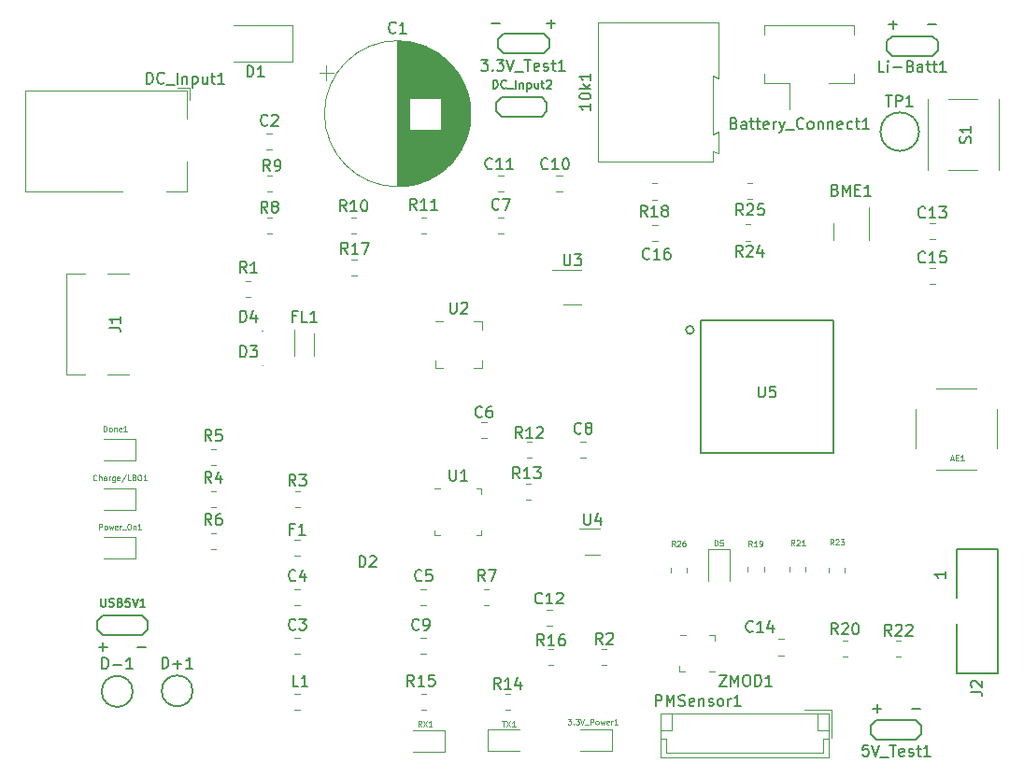
<source format=gbr>
%TF.GenerationSoftware,KiCad,Pcbnew,(6.0.0)*%
%TF.CreationDate,2022-01-26T17:49:50-05:00*%
%TF.ProjectId,aether,61657468-6572-42e6-9b69-6361645f7063,1*%
%TF.SameCoordinates,Original*%
%TF.FileFunction,Legend,Top*%
%TF.FilePolarity,Positive*%
%FSLAX46Y46*%
G04 Gerber Fmt 4.6, Leading zero omitted, Abs format (unit mm)*
G04 Created by KiCad (PCBNEW (6.0.0)) date 2022-01-26 17:49:50*
%MOMM*%
%LPD*%
G01*
G04 APERTURE LIST*
%ADD10C,0.150000*%
%ADD11C,0.125000*%
%ADD12C,0.120000*%
%ADD13C,0.100000*%
%ADD14C,0.127000*%
G04 APERTURE END LIST*
D10*
%TO.C,USB5V1*%
X117447857Y-122684285D02*
X117447857Y-123291428D01*
X117483571Y-123362857D01*
X117519285Y-123398571D01*
X117590714Y-123434285D01*
X117733571Y-123434285D01*
X117805000Y-123398571D01*
X117840714Y-123362857D01*
X117876428Y-123291428D01*
X117876428Y-122684285D01*
X118197857Y-123398571D02*
X118305000Y-123434285D01*
X118483571Y-123434285D01*
X118555000Y-123398571D01*
X118590714Y-123362857D01*
X118626428Y-123291428D01*
X118626428Y-123220000D01*
X118590714Y-123148571D01*
X118555000Y-123112857D01*
X118483571Y-123077142D01*
X118340714Y-123041428D01*
X118269285Y-123005714D01*
X118233571Y-122970000D01*
X118197857Y-122898571D01*
X118197857Y-122827142D01*
X118233571Y-122755714D01*
X118269285Y-122720000D01*
X118340714Y-122684285D01*
X118519285Y-122684285D01*
X118626428Y-122720000D01*
X119197857Y-123041428D02*
X119305000Y-123077142D01*
X119340714Y-123112857D01*
X119376428Y-123184285D01*
X119376428Y-123291428D01*
X119340714Y-123362857D01*
X119305000Y-123398571D01*
X119233571Y-123434285D01*
X118947857Y-123434285D01*
X118947857Y-122684285D01*
X119197857Y-122684285D01*
X119269285Y-122720000D01*
X119305000Y-122755714D01*
X119340714Y-122827142D01*
X119340714Y-122898571D01*
X119305000Y-122970000D01*
X119269285Y-123005714D01*
X119197857Y-123041428D01*
X118947857Y-123041428D01*
X120055000Y-122684285D02*
X119697857Y-122684285D01*
X119662142Y-123041428D01*
X119697857Y-123005714D01*
X119769285Y-122970000D01*
X119947857Y-122970000D01*
X120019285Y-123005714D01*
X120055000Y-123041428D01*
X120090714Y-123112857D01*
X120090714Y-123291428D01*
X120055000Y-123362857D01*
X120019285Y-123398571D01*
X119947857Y-123434285D01*
X119769285Y-123434285D01*
X119697857Y-123398571D01*
X119662142Y-123362857D01*
X120305000Y-122684285D02*
X120555000Y-123434285D01*
X120805000Y-122684285D01*
X121447857Y-123434285D02*
X121019285Y-123434285D01*
X121233571Y-123434285D02*
X121233571Y-122684285D01*
X121162142Y-122791428D01*
X121090714Y-122862857D01*
X121019285Y-122898571D01*
X117257142Y-127071428D02*
X118019047Y-127071428D01*
X117638095Y-127452380D02*
X117638095Y-126690476D01*
X120780952Y-127071428D02*
X121542857Y-127071428D01*
%TO.C,D1*%
X130706904Y-75382380D02*
X130706904Y-74382380D01*
X130945000Y-74382380D01*
X131087857Y-74430000D01*
X131183095Y-74525238D01*
X131230714Y-74620476D01*
X131278333Y-74810952D01*
X131278333Y-74953809D01*
X131230714Y-75144285D01*
X131183095Y-75239523D01*
X131087857Y-75334761D01*
X130945000Y-75382380D01*
X130706904Y-75382380D01*
X132230714Y-75382380D02*
X131659285Y-75382380D01*
X131945000Y-75382380D02*
X131945000Y-74382380D01*
X131849761Y-74525238D01*
X131754523Y-74620476D01*
X131659285Y-74668095D01*
%TO.C,R10*%
X139692142Y-87574380D02*
X139358809Y-87098190D01*
X139120714Y-87574380D02*
X139120714Y-86574380D01*
X139501666Y-86574380D01*
X139596904Y-86622000D01*
X139644523Y-86669619D01*
X139692142Y-86764857D01*
X139692142Y-86907714D01*
X139644523Y-87002952D01*
X139596904Y-87050571D01*
X139501666Y-87098190D01*
X139120714Y-87098190D01*
X140644523Y-87574380D02*
X140073095Y-87574380D01*
X140358809Y-87574380D02*
X140358809Y-86574380D01*
X140263571Y-86717238D01*
X140168333Y-86812476D01*
X140073095Y-86860095D01*
X141263571Y-86574380D02*
X141358809Y-86574380D01*
X141454047Y-86622000D01*
X141501666Y-86669619D01*
X141549285Y-86764857D01*
X141596904Y-86955333D01*
X141596904Y-87193428D01*
X141549285Y-87383904D01*
X141501666Y-87479142D01*
X141454047Y-87526761D01*
X141358809Y-87574380D01*
X141263571Y-87574380D01*
X141168333Y-87526761D01*
X141120714Y-87479142D01*
X141073095Y-87383904D01*
X141025476Y-87193428D01*
X141025476Y-86955333D01*
X141073095Y-86764857D01*
X141120714Y-86669619D01*
X141168333Y-86622000D01*
X141263571Y-86574380D01*
%TO.C,10k1*%
X161822180Y-77830228D02*
X161822180Y-78401657D01*
X161822180Y-78115942D02*
X160822180Y-78115942D01*
X160965038Y-78211180D01*
X161060276Y-78306419D01*
X161107895Y-78401657D01*
X160822180Y-77211180D02*
X160822180Y-77115942D01*
X160869800Y-77020704D01*
X160917419Y-76973085D01*
X161012657Y-76925466D01*
X161203133Y-76877847D01*
X161441228Y-76877847D01*
X161631704Y-76925466D01*
X161726942Y-76973085D01*
X161774561Y-77020704D01*
X161822180Y-77115942D01*
X161822180Y-77211180D01*
X161774561Y-77306419D01*
X161726942Y-77354038D01*
X161631704Y-77401657D01*
X161441228Y-77449276D01*
X161203133Y-77449276D01*
X161012657Y-77401657D01*
X160917419Y-77354038D01*
X160869800Y-77306419D01*
X160822180Y-77211180D01*
X161822180Y-76449276D02*
X160822180Y-76449276D01*
X161441228Y-76354038D02*
X161822180Y-76068323D01*
X161155514Y-76068323D02*
X161536466Y-76449276D01*
X161822180Y-75115942D02*
X161822180Y-75687371D01*
X161822180Y-75401657D02*
X160822180Y-75401657D01*
X160965038Y-75496895D01*
X161060276Y-75592133D01*
X161107895Y-75687371D01*
%TO.C,C15*%
X192143142Y-92149142D02*
X192095523Y-92196761D01*
X191952666Y-92244380D01*
X191857428Y-92244380D01*
X191714571Y-92196761D01*
X191619333Y-92101523D01*
X191571714Y-92006285D01*
X191524095Y-91815809D01*
X191524095Y-91672952D01*
X191571714Y-91482476D01*
X191619333Y-91387238D01*
X191714571Y-91292000D01*
X191857428Y-91244380D01*
X191952666Y-91244380D01*
X192095523Y-91292000D01*
X192143142Y-91339619D01*
X193095523Y-92244380D02*
X192524095Y-92244380D01*
X192809809Y-92244380D02*
X192809809Y-91244380D01*
X192714571Y-91387238D01*
X192619333Y-91482476D01*
X192524095Y-91530095D01*
X194000285Y-91244380D02*
X193524095Y-91244380D01*
X193476476Y-91720571D01*
X193524095Y-91672952D01*
X193619333Y-91625333D01*
X193857428Y-91625333D01*
X193952666Y-91672952D01*
X194000285Y-91720571D01*
X194047904Y-91815809D01*
X194047904Y-92053904D01*
X194000285Y-92149142D01*
X193952666Y-92196761D01*
X193857428Y-92244380D01*
X193619333Y-92244380D01*
X193524095Y-92196761D01*
X193476476Y-92149142D01*
D11*
%TO.C,R26*%
X169477571Y-117955190D02*
X169310904Y-117717095D01*
X169191857Y-117955190D02*
X169191857Y-117455190D01*
X169382333Y-117455190D01*
X169429952Y-117479000D01*
X169453761Y-117502809D01*
X169477571Y-117550428D01*
X169477571Y-117621857D01*
X169453761Y-117669476D01*
X169429952Y-117693285D01*
X169382333Y-117717095D01*
X169191857Y-117717095D01*
X169668047Y-117502809D02*
X169691857Y-117479000D01*
X169739476Y-117455190D01*
X169858523Y-117455190D01*
X169906142Y-117479000D01*
X169929952Y-117502809D01*
X169953761Y-117550428D01*
X169953761Y-117598047D01*
X169929952Y-117669476D01*
X169644238Y-117955190D01*
X169953761Y-117955190D01*
X170382333Y-117455190D02*
X170287095Y-117455190D01*
X170239476Y-117479000D01*
X170215666Y-117502809D01*
X170168047Y-117574238D01*
X170144238Y-117669476D01*
X170144238Y-117859952D01*
X170168047Y-117907571D01*
X170191857Y-117931380D01*
X170239476Y-117955190D01*
X170334714Y-117955190D01*
X170382333Y-117931380D01*
X170406142Y-117907571D01*
X170429952Y-117859952D01*
X170429952Y-117740904D01*
X170406142Y-117693285D01*
X170382333Y-117669476D01*
X170334714Y-117645666D01*
X170239476Y-117645666D01*
X170191857Y-117669476D01*
X170168047Y-117693285D01*
X170144238Y-117740904D01*
D10*
%TO.C,R18*%
X166946342Y-88056980D02*
X166613009Y-87580790D01*
X166374914Y-88056980D02*
X166374914Y-87056980D01*
X166755866Y-87056980D01*
X166851104Y-87104600D01*
X166898723Y-87152219D01*
X166946342Y-87247457D01*
X166946342Y-87390314D01*
X166898723Y-87485552D01*
X166851104Y-87533171D01*
X166755866Y-87580790D01*
X166374914Y-87580790D01*
X167898723Y-88056980D02*
X167327295Y-88056980D01*
X167613009Y-88056980D02*
X167613009Y-87056980D01*
X167517771Y-87199838D01*
X167422533Y-87295076D01*
X167327295Y-87342695D01*
X168470152Y-87485552D02*
X168374914Y-87437933D01*
X168327295Y-87390314D01*
X168279676Y-87295076D01*
X168279676Y-87247457D01*
X168327295Y-87152219D01*
X168374914Y-87104600D01*
X168470152Y-87056980D01*
X168660628Y-87056980D01*
X168755866Y-87104600D01*
X168803485Y-87152219D01*
X168851104Y-87247457D01*
X168851104Y-87295076D01*
X168803485Y-87390314D01*
X168755866Y-87437933D01*
X168660628Y-87485552D01*
X168470152Y-87485552D01*
X168374914Y-87533171D01*
X168327295Y-87580790D01*
X168279676Y-87676028D01*
X168279676Y-87866504D01*
X168327295Y-87961742D01*
X168374914Y-88009361D01*
X168470152Y-88056980D01*
X168660628Y-88056980D01*
X168755866Y-88009361D01*
X168803485Y-87961742D01*
X168851104Y-87866504D01*
X168851104Y-87676028D01*
X168803485Y-87580790D01*
X168755866Y-87533171D01*
X168660628Y-87485552D01*
%TO.C,C12*%
X157421342Y-123064542D02*
X157373723Y-123112161D01*
X157230866Y-123159780D01*
X157135628Y-123159780D01*
X156992771Y-123112161D01*
X156897533Y-123016923D01*
X156849914Y-122921685D01*
X156802295Y-122731209D01*
X156802295Y-122588352D01*
X156849914Y-122397876D01*
X156897533Y-122302638D01*
X156992771Y-122207400D01*
X157135628Y-122159780D01*
X157230866Y-122159780D01*
X157373723Y-122207400D01*
X157421342Y-122255019D01*
X158373723Y-123159780D02*
X157802295Y-123159780D01*
X158088009Y-123159780D02*
X158088009Y-122159780D01*
X157992771Y-122302638D01*
X157897533Y-122397876D01*
X157802295Y-122445495D01*
X158754676Y-122255019D02*
X158802295Y-122207400D01*
X158897533Y-122159780D01*
X159135628Y-122159780D01*
X159230866Y-122207400D01*
X159278485Y-122255019D01*
X159326104Y-122350257D01*
X159326104Y-122445495D01*
X159278485Y-122588352D01*
X158707057Y-123159780D01*
X159326104Y-123159780D01*
%TO.C,R20*%
X184218342Y-125928380D02*
X183885009Y-125452190D01*
X183646914Y-125928380D02*
X183646914Y-124928380D01*
X184027866Y-124928380D01*
X184123104Y-124976000D01*
X184170723Y-125023619D01*
X184218342Y-125118857D01*
X184218342Y-125261714D01*
X184170723Y-125356952D01*
X184123104Y-125404571D01*
X184027866Y-125452190D01*
X183646914Y-125452190D01*
X184599295Y-125023619D02*
X184646914Y-124976000D01*
X184742152Y-124928380D01*
X184980247Y-124928380D01*
X185075485Y-124976000D01*
X185123104Y-125023619D01*
X185170723Y-125118857D01*
X185170723Y-125214095D01*
X185123104Y-125356952D01*
X184551676Y-125928380D01*
X185170723Y-125928380D01*
X185789771Y-124928380D02*
X185885009Y-124928380D01*
X185980247Y-124976000D01*
X186027866Y-125023619D01*
X186075485Y-125118857D01*
X186123104Y-125309333D01*
X186123104Y-125547428D01*
X186075485Y-125737904D01*
X186027866Y-125833142D01*
X185980247Y-125880761D01*
X185885009Y-125928380D01*
X185789771Y-125928380D01*
X185694533Y-125880761D01*
X185646914Y-125833142D01*
X185599295Y-125737904D01*
X185551676Y-125547428D01*
X185551676Y-125309333D01*
X185599295Y-125118857D01*
X185646914Y-125023619D01*
X185694533Y-124976000D01*
X185789771Y-124928380D01*
%TO.C,DC_Input2*%
X152980000Y-76444285D02*
X152980000Y-75694285D01*
X153158571Y-75694285D01*
X153265714Y-75730000D01*
X153337142Y-75801428D01*
X153372857Y-75872857D01*
X153408571Y-76015714D01*
X153408571Y-76122857D01*
X153372857Y-76265714D01*
X153337142Y-76337142D01*
X153265714Y-76408571D01*
X153158571Y-76444285D01*
X152980000Y-76444285D01*
X154158571Y-76372857D02*
X154122857Y-76408571D01*
X154015714Y-76444285D01*
X153944285Y-76444285D01*
X153837142Y-76408571D01*
X153765714Y-76337142D01*
X153730000Y-76265714D01*
X153694285Y-76122857D01*
X153694285Y-76015714D01*
X153730000Y-75872857D01*
X153765714Y-75801428D01*
X153837142Y-75730000D01*
X153944285Y-75694285D01*
X154015714Y-75694285D01*
X154122857Y-75730000D01*
X154158571Y-75765714D01*
X154301428Y-76515714D02*
X154872857Y-76515714D01*
X155051428Y-76444285D02*
X155051428Y-75694285D01*
X155408571Y-75944285D02*
X155408571Y-76444285D01*
X155408571Y-76015714D02*
X155444285Y-75980000D01*
X155515714Y-75944285D01*
X155622857Y-75944285D01*
X155694285Y-75980000D01*
X155730000Y-76051428D01*
X155730000Y-76444285D01*
X156087142Y-75944285D02*
X156087142Y-76694285D01*
X156087142Y-75980000D02*
X156158571Y-75944285D01*
X156301428Y-75944285D01*
X156372857Y-75980000D01*
X156408571Y-76015714D01*
X156444285Y-76087142D01*
X156444285Y-76301428D01*
X156408571Y-76372857D01*
X156372857Y-76408571D01*
X156301428Y-76444285D01*
X156158571Y-76444285D01*
X156087142Y-76408571D01*
X157087142Y-75944285D02*
X157087142Y-76444285D01*
X156765714Y-75944285D02*
X156765714Y-76337142D01*
X156801428Y-76408571D01*
X156872857Y-76444285D01*
X156980000Y-76444285D01*
X157051428Y-76408571D01*
X157087142Y-76372857D01*
X157337142Y-75944285D02*
X157622857Y-75944285D01*
X157444285Y-75694285D02*
X157444285Y-76337142D01*
X157480000Y-76408571D01*
X157551428Y-76444285D01*
X157622857Y-76444285D01*
X157837142Y-75765714D02*
X157872857Y-75730000D01*
X157944285Y-75694285D01*
X158122857Y-75694285D01*
X158194285Y-75730000D01*
X158230000Y-75765714D01*
X158265714Y-75837142D01*
X158265714Y-75908571D01*
X158230000Y-76015714D01*
X157801428Y-76444285D01*
X158265714Y-76444285D01*
%TO.C,R9*%
X132776933Y-83916780D02*
X132443600Y-83440590D01*
X132205504Y-83916780D02*
X132205504Y-82916780D01*
X132586457Y-82916780D01*
X132681695Y-82964400D01*
X132729314Y-83012019D01*
X132776933Y-83107257D01*
X132776933Y-83250114D01*
X132729314Y-83345352D01*
X132681695Y-83392971D01*
X132586457Y-83440590D01*
X132205504Y-83440590D01*
X133253123Y-83916780D02*
X133443600Y-83916780D01*
X133538838Y-83869161D01*
X133586457Y-83821542D01*
X133681695Y-83678685D01*
X133729314Y-83488209D01*
X133729314Y-83107257D01*
X133681695Y-83012019D01*
X133634076Y-82964400D01*
X133538838Y-82916780D01*
X133348361Y-82916780D01*
X133253123Y-82964400D01*
X133205504Y-83012019D01*
X133157885Y-83107257D01*
X133157885Y-83345352D01*
X133205504Y-83440590D01*
X133253123Y-83488209D01*
X133348361Y-83535828D01*
X133538838Y-83535828D01*
X133634076Y-83488209D01*
X133681695Y-83440590D01*
X133729314Y-83345352D01*
%TO.C,R2*%
X162901333Y-126818380D02*
X162568000Y-126342190D01*
X162329904Y-126818380D02*
X162329904Y-125818380D01*
X162710857Y-125818380D01*
X162806095Y-125866000D01*
X162853714Y-125913619D01*
X162901333Y-126008857D01*
X162901333Y-126151714D01*
X162853714Y-126246952D01*
X162806095Y-126294571D01*
X162710857Y-126342190D01*
X162329904Y-126342190D01*
X163282285Y-125913619D02*
X163329904Y-125866000D01*
X163425142Y-125818380D01*
X163663238Y-125818380D01*
X163758476Y-125866000D01*
X163806095Y-125913619D01*
X163853714Y-126008857D01*
X163853714Y-126104095D01*
X163806095Y-126246952D01*
X163234666Y-126818380D01*
X163853714Y-126818380D01*
%TO.C,C3*%
X135088333Y-125452142D02*
X135040714Y-125499761D01*
X134897857Y-125547380D01*
X134802619Y-125547380D01*
X134659761Y-125499761D01*
X134564523Y-125404523D01*
X134516904Y-125309285D01*
X134469285Y-125118809D01*
X134469285Y-124975952D01*
X134516904Y-124785476D01*
X134564523Y-124690238D01*
X134659761Y-124595000D01*
X134802619Y-124547380D01*
X134897857Y-124547380D01*
X135040714Y-124595000D01*
X135088333Y-124642619D01*
X135421666Y-124547380D02*
X136040714Y-124547380D01*
X135707380Y-124928333D01*
X135850238Y-124928333D01*
X135945476Y-124975952D01*
X135993095Y-125023571D01*
X136040714Y-125118809D01*
X136040714Y-125356904D01*
X135993095Y-125452142D01*
X135945476Y-125499761D01*
X135850238Y-125547380D01*
X135564523Y-125547380D01*
X135469285Y-125499761D01*
X135421666Y-125452142D01*
%TO.C,R25*%
X175633142Y-87929980D02*
X175299809Y-87453790D01*
X175061714Y-87929980D02*
X175061714Y-86929980D01*
X175442666Y-86929980D01*
X175537904Y-86977600D01*
X175585523Y-87025219D01*
X175633142Y-87120457D01*
X175633142Y-87263314D01*
X175585523Y-87358552D01*
X175537904Y-87406171D01*
X175442666Y-87453790D01*
X175061714Y-87453790D01*
X176014095Y-87025219D02*
X176061714Y-86977600D01*
X176156952Y-86929980D01*
X176395047Y-86929980D01*
X176490285Y-86977600D01*
X176537904Y-87025219D01*
X176585523Y-87120457D01*
X176585523Y-87215695D01*
X176537904Y-87358552D01*
X175966476Y-87929980D01*
X176585523Y-87929980D01*
X177490285Y-86929980D02*
X177014095Y-86929980D01*
X176966476Y-87406171D01*
X177014095Y-87358552D01*
X177109333Y-87310933D01*
X177347428Y-87310933D01*
X177442666Y-87358552D01*
X177490285Y-87406171D01*
X177537904Y-87501409D01*
X177537904Y-87739504D01*
X177490285Y-87834742D01*
X177442666Y-87882361D01*
X177347428Y-87929980D01*
X177109333Y-87929980D01*
X177014095Y-87882361D01*
X176966476Y-87834742D01*
%TO.C,S1*%
X196238761Y-81406904D02*
X196286380Y-81264047D01*
X196286380Y-81025952D01*
X196238761Y-80930714D01*
X196191142Y-80883095D01*
X196095904Y-80835476D01*
X196000666Y-80835476D01*
X195905428Y-80883095D01*
X195857809Y-80930714D01*
X195810190Y-81025952D01*
X195762571Y-81216428D01*
X195714952Y-81311666D01*
X195667333Y-81359285D01*
X195572095Y-81406904D01*
X195476857Y-81406904D01*
X195381619Y-81359285D01*
X195334000Y-81311666D01*
X195286380Y-81216428D01*
X195286380Y-80978333D01*
X195334000Y-80835476D01*
X196286380Y-79883095D02*
X196286380Y-80454523D01*
X196286380Y-80168809D02*
X195286380Y-80168809D01*
X195429238Y-80264047D01*
X195524476Y-80359285D01*
X195572095Y-80454523D01*
%TO.C,C13*%
X192143142Y-88085142D02*
X192095523Y-88132761D01*
X191952666Y-88180380D01*
X191857428Y-88180380D01*
X191714571Y-88132761D01*
X191619333Y-88037523D01*
X191571714Y-87942285D01*
X191524095Y-87751809D01*
X191524095Y-87608952D01*
X191571714Y-87418476D01*
X191619333Y-87323238D01*
X191714571Y-87228000D01*
X191857428Y-87180380D01*
X191952666Y-87180380D01*
X192095523Y-87228000D01*
X192143142Y-87275619D01*
X193095523Y-88180380D02*
X192524095Y-88180380D01*
X192809809Y-88180380D02*
X192809809Y-87180380D01*
X192714571Y-87323238D01*
X192619333Y-87418476D01*
X192524095Y-87466095D01*
X193428857Y-87180380D02*
X194047904Y-87180380D01*
X193714571Y-87561333D01*
X193857428Y-87561333D01*
X193952666Y-87608952D01*
X194000285Y-87656571D01*
X194047904Y-87751809D01*
X194047904Y-87989904D01*
X194000285Y-88085142D01*
X193952666Y-88132761D01*
X193857428Y-88180380D01*
X193571714Y-88180380D01*
X193476476Y-88132761D01*
X193428857Y-88085142D01*
%TO.C,R3*%
X135088333Y-112467380D02*
X134755000Y-111991190D01*
X134516904Y-112467380D02*
X134516904Y-111467380D01*
X134897857Y-111467380D01*
X134993095Y-111515000D01*
X135040714Y-111562619D01*
X135088333Y-111657857D01*
X135088333Y-111800714D01*
X135040714Y-111895952D01*
X134993095Y-111943571D01*
X134897857Y-111991190D01*
X134516904Y-111991190D01*
X135421666Y-111467380D02*
X136040714Y-111467380D01*
X135707380Y-111848333D01*
X135850238Y-111848333D01*
X135945476Y-111895952D01*
X135993095Y-111943571D01*
X136040714Y-112038809D01*
X136040714Y-112276904D01*
X135993095Y-112372142D01*
X135945476Y-112419761D01*
X135850238Y-112467380D01*
X135564523Y-112467380D01*
X135469285Y-112419761D01*
X135421666Y-112372142D01*
%TO.C,TP1*%
X188577695Y-77067980D02*
X189149123Y-77067980D01*
X188863409Y-78067980D02*
X188863409Y-77067980D01*
X189482457Y-78067980D02*
X189482457Y-77067980D01*
X189863409Y-77067980D01*
X189958647Y-77115600D01*
X190006266Y-77163219D01*
X190053885Y-77258457D01*
X190053885Y-77401314D01*
X190006266Y-77496552D01*
X189958647Y-77544171D01*
X189863409Y-77591790D01*
X189482457Y-77591790D01*
X191006266Y-78067980D02*
X190434838Y-78067980D01*
X190720552Y-78067980D02*
X190720552Y-77067980D01*
X190625314Y-77210838D01*
X190530076Y-77306076D01*
X190434838Y-77353695D01*
%TO.C,C14*%
X176522142Y-125629942D02*
X176474523Y-125677561D01*
X176331666Y-125725180D01*
X176236428Y-125725180D01*
X176093571Y-125677561D01*
X175998333Y-125582323D01*
X175950714Y-125487085D01*
X175903095Y-125296609D01*
X175903095Y-125153752D01*
X175950714Y-124963276D01*
X175998333Y-124868038D01*
X176093571Y-124772800D01*
X176236428Y-124725180D01*
X176331666Y-124725180D01*
X176474523Y-124772800D01*
X176522142Y-124820419D01*
X177474523Y-125725180D02*
X176903095Y-125725180D01*
X177188809Y-125725180D02*
X177188809Y-124725180D01*
X177093571Y-124868038D01*
X176998333Y-124963276D01*
X176903095Y-125010895D01*
X178331666Y-125058514D02*
X178331666Y-125725180D01*
X178093571Y-124677561D02*
X177855476Y-125391847D01*
X178474523Y-125391847D01*
%TO.C,PMSensor1*%
X167718266Y-132430780D02*
X167718266Y-131430780D01*
X168099219Y-131430780D01*
X168194457Y-131478400D01*
X168242076Y-131526019D01*
X168289695Y-131621257D01*
X168289695Y-131764114D01*
X168242076Y-131859352D01*
X168194457Y-131906971D01*
X168099219Y-131954590D01*
X167718266Y-131954590D01*
X168718266Y-132430780D02*
X168718266Y-131430780D01*
X169051600Y-132145066D01*
X169384933Y-131430780D01*
X169384933Y-132430780D01*
X169813504Y-132383161D02*
X169956361Y-132430780D01*
X170194457Y-132430780D01*
X170289695Y-132383161D01*
X170337314Y-132335542D01*
X170384933Y-132240304D01*
X170384933Y-132145066D01*
X170337314Y-132049828D01*
X170289695Y-132002209D01*
X170194457Y-131954590D01*
X170003980Y-131906971D01*
X169908742Y-131859352D01*
X169861123Y-131811733D01*
X169813504Y-131716495D01*
X169813504Y-131621257D01*
X169861123Y-131526019D01*
X169908742Y-131478400D01*
X170003980Y-131430780D01*
X170242076Y-131430780D01*
X170384933Y-131478400D01*
X171194457Y-132383161D02*
X171099219Y-132430780D01*
X170908742Y-132430780D01*
X170813504Y-132383161D01*
X170765885Y-132287923D01*
X170765885Y-131906971D01*
X170813504Y-131811733D01*
X170908742Y-131764114D01*
X171099219Y-131764114D01*
X171194457Y-131811733D01*
X171242076Y-131906971D01*
X171242076Y-132002209D01*
X170765885Y-132097447D01*
X171670647Y-131764114D02*
X171670647Y-132430780D01*
X171670647Y-131859352D02*
X171718266Y-131811733D01*
X171813504Y-131764114D01*
X171956361Y-131764114D01*
X172051600Y-131811733D01*
X172099219Y-131906971D01*
X172099219Y-132430780D01*
X172527790Y-132383161D02*
X172623028Y-132430780D01*
X172813504Y-132430780D01*
X172908742Y-132383161D01*
X172956361Y-132287923D01*
X172956361Y-132240304D01*
X172908742Y-132145066D01*
X172813504Y-132097447D01*
X172670647Y-132097447D01*
X172575409Y-132049828D01*
X172527790Y-131954590D01*
X172527790Y-131906971D01*
X172575409Y-131811733D01*
X172670647Y-131764114D01*
X172813504Y-131764114D01*
X172908742Y-131811733D01*
X173527790Y-132430780D02*
X173432552Y-132383161D01*
X173384933Y-132335542D01*
X173337314Y-132240304D01*
X173337314Y-131954590D01*
X173384933Y-131859352D01*
X173432552Y-131811733D01*
X173527790Y-131764114D01*
X173670647Y-131764114D01*
X173765885Y-131811733D01*
X173813504Y-131859352D01*
X173861123Y-131954590D01*
X173861123Y-132240304D01*
X173813504Y-132335542D01*
X173765885Y-132383161D01*
X173670647Y-132430780D01*
X173527790Y-132430780D01*
X174289695Y-132430780D02*
X174289695Y-131764114D01*
X174289695Y-131954590D02*
X174337314Y-131859352D01*
X174384933Y-131811733D01*
X174480171Y-131764114D01*
X174575409Y-131764114D01*
X175432552Y-132430780D02*
X174861123Y-132430780D01*
X175146838Y-132430780D02*
X175146838Y-131430780D01*
X175051600Y-131573638D01*
X174956361Y-131668876D01*
X174861123Y-131716495D01*
%TO.C,U3*%
X159410495Y-91489580D02*
X159410495Y-92299104D01*
X159458114Y-92394342D01*
X159505733Y-92441961D01*
X159600971Y-92489580D01*
X159791447Y-92489580D01*
X159886685Y-92441961D01*
X159934304Y-92394342D01*
X159981923Y-92299104D01*
X159981923Y-91489580D01*
X160362876Y-91489580D02*
X160981923Y-91489580D01*
X160648590Y-91870533D01*
X160791447Y-91870533D01*
X160886685Y-91918152D01*
X160934304Y-91965771D01*
X160981923Y-92061009D01*
X160981923Y-92299104D01*
X160934304Y-92394342D01*
X160886685Y-92441961D01*
X160791447Y-92489580D01*
X160505733Y-92489580D01*
X160410495Y-92441961D01*
X160362876Y-92394342D01*
%TO.C,R14*%
X153662142Y-130882380D02*
X153328809Y-130406190D01*
X153090714Y-130882380D02*
X153090714Y-129882380D01*
X153471666Y-129882380D01*
X153566904Y-129930000D01*
X153614523Y-129977619D01*
X153662142Y-130072857D01*
X153662142Y-130215714D01*
X153614523Y-130310952D01*
X153566904Y-130358571D01*
X153471666Y-130406190D01*
X153090714Y-130406190D01*
X154614523Y-130882380D02*
X154043095Y-130882380D01*
X154328809Y-130882380D02*
X154328809Y-129882380D01*
X154233571Y-130025238D01*
X154138333Y-130120476D01*
X154043095Y-130168095D01*
X155471666Y-130215714D02*
X155471666Y-130882380D01*
X155233571Y-129834761D02*
X154995476Y-130549047D01*
X155614523Y-130549047D01*
%TO.C,R15*%
X145815078Y-130627380D02*
X145481745Y-130151190D01*
X145243650Y-130627380D02*
X145243650Y-129627380D01*
X145624602Y-129627380D01*
X145719840Y-129675000D01*
X145767459Y-129722619D01*
X145815078Y-129817857D01*
X145815078Y-129960714D01*
X145767459Y-130055952D01*
X145719840Y-130103571D01*
X145624602Y-130151190D01*
X145243650Y-130151190D01*
X146767459Y-130627380D02*
X146196031Y-130627380D01*
X146481745Y-130627380D02*
X146481745Y-129627380D01*
X146386507Y-129770238D01*
X146291269Y-129865476D01*
X146196031Y-129913095D01*
X147672221Y-129627380D02*
X147196031Y-129627380D01*
X147148412Y-130103571D01*
X147196031Y-130055952D01*
X147291269Y-130008333D01*
X147529364Y-130008333D01*
X147624602Y-130055952D01*
X147672221Y-130103571D01*
X147719840Y-130198809D01*
X147719840Y-130436904D01*
X147672221Y-130532142D01*
X147624602Y-130579761D01*
X147529364Y-130627380D01*
X147291269Y-130627380D01*
X147196031Y-130579761D01*
X147148412Y-130532142D01*
%TO.C,R4*%
X127468333Y-112212380D02*
X127135000Y-111736190D01*
X126896904Y-112212380D02*
X126896904Y-111212380D01*
X127277857Y-111212380D01*
X127373095Y-111260000D01*
X127420714Y-111307619D01*
X127468333Y-111402857D01*
X127468333Y-111545714D01*
X127420714Y-111640952D01*
X127373095Y-111688571D01*
X127277857Y-111736190D01*
X126896904Y-111736190D01*
X128325476Y-111545714D02*
X128325476Y-112212380D01*
X128087380Y-111164761D02*
X127849285Y-111879047D01*
X128468333Y-111879047D01*
%TO.C,D2*%
X140866904Y-119832380D02*
X140866904Y-118832380D01*
X141105000Y-118832380D01*
X141247857Y-118880000D01*
X141343095Y-118975238D01*
X141390714Y-119070476D01*
X141438333Y-119260952D01*
X141438333Y-119403809D01*
X141390714Y-119594285D01*
X141343095Y-119689523D01*
X141247857Y-119784761D01*
X141105000Y-119832380D01*
X140866904Y-119832380D01*
X141819285Y-118927619D02*
X141866904Y-118880000D01*
X141962142Y-118832380D01*
X142200238Y-118832380D01*
X142295476Y-118880000D01*
X142343095Y-118927619D01*
X142390714Y-119022857D01*
X142390714Y-119118095D01*
X142343095Y-119260952D01*
X141771666Y-119832380D01*
X142390714Y-119832380D01*
%TO.C,C11*%
X152900142Y-83669142D02*
X152852523Y-83716761D01*
X152709666Y-83764380D01*
X152614428Y-83764380D01*
X152471571Y-83716761D01*
X152376333Y-83621523D01*
X152328714Y-83526285D01*
X152281095Y-83335809D01*
X152281095Y-83192952D01*
X152328714Y-83002476D01*
X152376333Y-82907238D01*
X152471571Y-82812000D01*
X152614428Y-82764380D01*
X152709666Y-82764380D01*
X152852523Y-82812000D01*
X152900142Y-82859619D01*
X153852523Y-83764380D02*
X153281095Y-83764380D01*
X153566809Y-83764380D02*
X153566809Y-82764380D01*
X153471571Y-82907238D01*
X153376333Y-83002476D01*
X153281095Y-83050095D01*
X154804904Y-83764380D02*
X154233476Y-83764380D01*
X154519190Y-83764380D02*
X154519190Y-82764380D01*
X154423952Y-82907238D01*
X154328714Y-83002476D01*
X154233476Y-83050095D01*
%TO.C,5V_Test1*%
X186986380Y-135977380D02*
X186510190Y-135977380D01*
X186462571Y-136453571D01*
X186510190Y-136405952D01*
X186605428Y-136358333D01*
X186843523Y-136358333D01*
X186938761Y-136405952D01*
X186986380Y-136453571D01*
X187034000Y-136548809D01*
X187034000Y-136786904D01*
X186986380Y-136882142D01*
X186938761Y-136929761D01*
X186843523Y-136977380D01*
X186605428Y-136977380D01*
X186510190Y-136929761D01*
X186462571Y-136882142D01*
X187319714Y-135977380D02*
X187653047Y-136977380D01*
X187986380Y-135977380D01*
X188081619Y-137072619D02*
X188843523Y-137072619D01*
X188938761Y-135977380D02*
X189510190Y-135977380D01*
X189224476Y-136977380D02*
X189224476Y-135977380D01*
X190224476Y-136929761D02*
X190129238Y-136977380D01*
X189938761Y-136977380D01*
X189843523Y-136929761D01*
X189795904Y-136834523D01*
X189795904Y-136453571D01*
X189843523Y-136358333D01*
X189938761Y-136310714D01*
X190129238Y-136310714D01*
X190224476Y-136358333D01*
X190272095Y-136453571D01*
X190272095Y-136548809D01*
X189795904Y-136644047D01*
X190653047Y-136929761D02*
X190748285Y-136977380D01*
X190938761Y-136977380D01*
X191034000Y-136929761D01*
X191081619Y-136834523D01*
X191081619Y-136786904D01*
X191034000Y-136691666D01*
X190938761Y-136644047D01*
X190795904Y-136644047D01*
X190700666Y-136596428D01*
X190653047Y-136501190D01*
X190653047Y-136453571D01*
X190700666Y-136358333D01*
X190795904Y-136310714D01*
X190938761Y-136310714D01*
X191034000Y-136358333D01*
X191367333Y-136310714D02*
X191748285Y-136310714D01*
X191510190Y-135977380D02*
X191510190Y-136834523D01*
X191557809Y-136929761D01*
X191653047Y-136977380D01*
X191748285Y-136977380D01*
X192605428Y-136977380D02*
X192034000Y-136977380D01*
X192319714Y-136977380D02*
X192319714Y-135977380D01*
X192224476Y-136120238D01*
X192129238Y-136215476D01*
X192034000Y-136263095D01*
X187391142Y-132691428D02*
X188153047Y-132691428D01*
X187772095Y-133072380D02*
X187772095Y-132310476D01*
X190914952Y-132691428D02*
X191676857Y-132691428D01*
%TO.C,D+1*%
X123001257Y-129016380D02*
X123001257Y-128016380D01*
X123239352Y-128016380D01*
X123382209Y-128064000D01*
X123477447Y-128159238D01*
X123525066Y-128254476D01*
X123572685Y-128444952D01*
X123572685Y-128587809D01*
X123525066Y-128778285D01*
X123477447Y-128873523D01*
X123382209Y-128968761D01*
X123239352Y-129016380D01*
X123001257Y-129016380D01*
X124001257Y-128635428D02*
X124763161Y-128635428D01*
X124382209Y-129016380D02*
X124382209Y-128254476D01*
X125763161Y-129016380D02*
X125191733Y-129016380D01*
X125477447Y-129016380D02*
X125477447Y-128016380D01*
X125382209Y-128159238D01*
X125286971Y-128254476D01*
X125191733Y-128302095D01*
%TO.C,U1*%
X149057695Y-111000780D02*
X149057695Y-111810304D01*
X149105314Y-111905542D01*
X149152933Y-111953161D01*
X149248171Y-112000780D01*
X149438647Y-112000780D01*
X149533885Y-111953161D01*
X149581504Y-111905542D01*
X149629123Y-111810304D01*
X149629123Y-111000780D01*
X150629123Y-112000780D02*
X150057695Y-112000780D01*
X150343409Y-112000780D02*
X150343409Y-111000780D01*
X150248171Y-111143638D01*
X150152933Y-111238876D01*
X150057695Y-111286495D01*
%TO.C,R6*%
X127468333Y-116022380D02*
X127135000Y-115546190D01*
X126896904Y-116022380D02*
X126896904Y-115022380D01*
X127277857Y-115022380D01*
X127373095Y-115070000D01*
X127420714Y-115117619D01*
X127468333Y-115212857D01*
X127468333Y-115355714D01*
X127420714Y-115450952D01*
X127373095Y-115498571D01*
X127277857Y-115546190D01*
X126896904Y-115546190D01*
X128325476Y-115022380D02*
X128135000Y-115022380D01*
X128039761Y-115070000D01*
X127992142Y-115117619D01*
X127896904Y-115260476D01*
X127849285Y-115450952D01*
X127849285Y-115831904D01*
X127896904Y-115927142D01*
X127944523Y-115974761D01*
X128039761Y-116022380D01*
X128230238Y-116022380D01*
X128325476Y-115974761D01*
X128373095Y-115927142D01*
X128420714Y-115831904D01*
X128420714Y-115593809D01*
X128373095Y-115498571D01*
X128325476Y-115450952D01*
X128230238Y-115403333D01*
X128039761Y-115403333D01*
X127944523Y-115450952D01*
X127896904Y-115498571D01*
X127849285Y-115593809D01*
D11*
%TO.C,Charge/LBO1*%
X117067857Y-111938571D02*
X117044047Y-111962380D01*
X116972619Y-111986190D01*
X116925000Y-111986190D01*
X116853571Y-111962380D01*
X116805952Y-111914761D01*
X116782142Y-111867142D01*
X116758333Y-111771904D01*
X116758333Y-111700476D01*
X116782142Y-111605238D01*
X116805952Y-111557619D01*
X116853571Y-111510000D01*
X116925000Y-111486190D01*
X116972619Y-111486190D01*
X117044047Y-111510000D01*
X117067857Y-111533809D01*
X117282142Y-111986190D02*
X117282142Y-111486190D01*
X117496428Y-111986190D02*
X117496428Y-111724285D01*
X117472619Y-111676666D01*
X117425000Y-111652857D01*
X117353571Y-111652857D01*
X117305952Y-111676666D01*
X117282142Y-111700476D01*
X117948809Y-111986190D02*
X117948809Y-111724285D01*
X117925000Y-111676666D01*
X117877380Y-111652857D01*
X117782142Y-111652857D01*
X117734523Y-111676666D01*
X117948809Y-111962380D02*
X117901190Y-111986190D01*
X117782142Y-111986190D01*
X117734523Y-111962380D01*
X117710714Y-111914761D01*
X117710714Y-111867142D01*
X117734523Y-111819523D01*
X117782142Y-111795714D01*
X117901190Y-111795714D01*
X117948809Y-111771904D01*
X118186904Y-111986190D02*
X118186904Y-111652857D01*
X118186904Y-111748095D02*
X118210714Y-111700476D01*
X118234523Y-111676666D01*
X118282142Y-111652857D01*
X118329761Y-111652857D01*
X118710714Y-111652857D02*
X118710714Y-112057619D01*
X118686904Y-112105238D01*
X118663095Y-112129047D01*
X118615476Y-112152857D01*
X118544047Y-112152857D01*
X118496428Y-112129047D01*
X118710714Y-111962380D02*
X118663095Y-111986190D01*
X118567857Y-111986190D01*
X118520238Y-111962380D01*
X118496428Y-111938571D01*
X118472619Y-111890952D01*
X118472619Y-111748095D01*
X118496428Y-111700476D01*
X118520238Y-111676666D01*
X118567857Y-111652857D01*
X118663095Y-111652857D01*
X118710714Y-111676666D01*
X119139285Y-111962380D02*
X119091666Y-111986190D01*
X118996428Y-111986190D01*
X118948809Y-111962380D01*
X118925000Y-111914761D01*
X118925000Y-111724285D01*
X118948809Y-111676666D01*
X118996428Y-111652857D01*
X119091666Y-111652857D01*
X119139285Y-111676666D01*
X119163095Y-111724285D01*
X119163095Y-111771904D01*
X118925000Y-111819523D01*
X119734523Y-111462380D02*
X119305952Y-112105238D01*
X120139285Y-111986190D02*
X119901190Y-111986190D01*
X119901190Y-111486190D01*
X120472619Y-111724285D02*
X120544047Y-111748095D01*
X120567857Y-111771904D01*
X120591666Y-111819523D01*
X120591666Y-111890952D01*
X120567857Y-111938571D01*
X120544047Y-111962380D01*
X120496428Y-111986190D01*
X120305952Y-111986190D01*
X120305952Y-111486190D01*
X120472619Y-111486190D01*
X120520238Y-111510000D01*
X120544047Y-111533809D01*
X120567857Y-111581428D01*
X120567857Y-111629047D01*
X120544047Y-111676666D01*
X120520238Y-111700476D01*
X120472619Y-111724285D01*
X120305952Y-111724285D01*
X120901190Y-111486190D02*
X120996428Y-111486190D01*
X121044047Y-111510000D01*
X121091666Y-111557619D01*
X121115476Y-111652857D01*
X121115476Y-111819523D01*
X121091666Y-111914761D01*
X121044047Y-111962380D01*
X120996428Y-111986190D01*
X120901190Y-111986190D01*
X120853571Y-111962380D01*
X120805952Y-111914761D01*
X120782142Y-111819523D01*
X120782142Y-111652857D01*
X120805952Y-111557619D01*
X120853571Y-111510000D01*
X120901190Y-111486190D01*
X121591666Y-111986190D02*
X121305952Y-111986190D01*
X121448809Y-111986190D02*
X121448809Y-111486190D01*
X121401190Y-111557619D01*
X121353571Y-111605238D01*
X121305952Y-111629047D01*
D10*
%TO.C,D3*%
X130071904Y-100782380D02*
X130071904Y-99782380D01*
X130310000Y-99782380D01*
X130452857Y-99830000D01*
X130548095Y-99925238D01*
X130595714Y-100020476D01*
X130643333Y-100210952D01*
X130643333Y-100353809D01*
X130595714Y-100544285D01*
X130548095Y-100639523D01*
X130452857Y-100734761D01*
X130310000Y-100782380D01*
X130071904Y-100782380D01*
X130976666Y-99782380D02*
X131595714Y-99782380D01*
X131262380Y-100163333D01*
X131405238Y-100163333D01*
X131500476Y-100210952D01*
X131548095Y-100258571D01*
X131595714Y-100353809D01*
X131595714Y-100591904D01*
X131548095Y-100687142D01*
X131500476Y-100734761D01*
X131405238Y-100782380D01*
X131119523Y-100782380D01*
X131024285Y-100734761D01*
X130976666Y-100687142D01*
D11*
%TO.C,RX1*%
X146490571Y-134287390D02*
X146323904Y-134049295D01*
X146204857Y-134287390D02*
X146204857Y-133787390D01*
X146395333Y-133787390D01*
X146442952Y-133811200D01*
X146466761Y-133835009D01*
X146490571Y-133882628D01*
X146490571Y-133954057D01*
X146466761Y-134001676D01*
X146442952Y-134025485D01*
X146395333Y-134049295D01*
X146204857Y-134049295D01*
X146657238Y-133787390D02*
X146990571Y-134287390D01*
X146990571Y-133787390D02*
X146657238Y-134287390D01*
X147442952Y-134287390D02*
X147157238Y-134287390D01*
X147300095Y-134287390D02*
X147300095Y-133787390D01*
X147252476Y-133858819D01*
X147204857Y-133906438D01*
X147157238Y-133930247D01*
D10*
%TO.C,D-1*%
X117565657Y-129067180D02*
X117565657Y-128067180D01*
X117803752Y-128067180D01*
X117946609Y-128114800D01*
X118041847Y-128210038D01*
X118089466Y-128305276D01*
X118137085Y-128495752D01*
X118137085Y-128638609D01*
X118089466Y-128829085D01*
X118041847Y-128924323D01*
X117946609Y-129019561D01*
X117803752Y-129067180D01*
X117565657Y-129067180D01*
X118565657Y-128686228D02*
X119327561Y-128686228D01*
X120327561Y-129067180D02*
X119756133Y-129067180D01*
X120041847Y-129067180D02*
X120041847Y-128067180D01*
X119946609Y-128210038D01*
X119851371Y-128305276D01*
X119756133Y-128352895D01*
%TO.C,Battery_Connect1*%
X174821428Y-79602971D02*
X174964285Y-79650590D01*
X175011904Y-79698209D01*
X175059523Y-79793447D01*
X175059523Y-79936304D01*
X175011904Y-80031542D01*
X174964285Y-80079161D01*
X174869047Y-80126780D01*
X174488095Y-80126780D01*
X174488095Y-79126780D01*
X174821428Y-79126780D01*
X174916666Y-79174400D01*
X174964285Y-79222019D01*
X175011904Y-79317257D01*
X175011904Y-79412495D01*
X174964285Y-79507733D01*
X174916666Y-79555352D01*
X174821428Y-79602971D01*
X174488095Y-79602971D01*
X175916666Y-80126780D02*
X175916666Y-79602971D01*
X175869047Y-79507733D01*
X175773809Y-79460114D01*
X175583333Y-79460114D01*
X175488095Y-79507733D01*
X175916666Y-80079161D02*
X175821428Y-80126780D01*
X175583333Y-80126780D01*
X175488095Y-80079161D01*
X175440476Y-79983923D01*
X175440476Y-79888685D01*
X175488095Y-79793447D01*
X175583333Y-79745828D01*
X175821428Y-79745828D01*
X175916666Y-79698209D01*
X176250000Y-79460114D02*
X176630952Y-79460114D01*
X176392857Y-79126780D02*
X176392857Y-79983923D01*
X176440476Y-80079161D01*
X176535714Y-80126780D01*
X176630952Y-80126780D01*
X176821428Y-79460114D02*
X177202380Y-79460114D01*
X176964285Y-79126780D02*
X176964285Y-79983923D01*
X177011904Y-80079161D01*
X177107142Y-80126780D01*
X177202380Y-80126780D01*
X177916666Y-80079161D02*
X177821428Y-80126780D01*
X177630952Y-80126780D01*
X177535714Y-80079161D01*
X177488095Y-79983923D01*
X177488095Y-79602971D01*
X177535714Y-79507733D01*
X177630952Y-79460114D01*
X177821428Y-79460114D01*
X177916666Y-79507733D01*
X177964285Y-79602971D01*
X177964285Y-79698209D01*
X177488095Y-79793447D01*
X178392857Y-80126780D02*
X178392857Y-79460114D01*
X178392857Y-79650590D02*
X178440476Y-79555352D01*
X178488095Y-79507733D01*
X178583333Y-79460114D01*
X178678571Y-79460114D01*
X178916666Y-79460114D02*
X179154761Y-80126780D01*
X179392857Y-79460114D02*
X179154761Y-80126780D01*
X179059523Y-80364876D01*
X179011904Y-80412495D01*
X178916666Y-80460114D01*
X179535714Y-80222019D02*
X180297619Y-80222019D01*
X181107142Y-80031542D02*
X181059523Y-80079161D01*
X180916666Y-80126780D01*
X180821428Y-80126780D01*
X180678571Y-80079161D01*
X180583333Y-79983923D01*
X180535714Y-79888685D01*
X180488095Y-79698209D01*
X180488095Y-79555352D01*
X180535714Y-79364876D01*
X180583333Y-79269638D01*
X180678571Y-79174400D01*
X180821428Y-79126780D01*
X180916666Y-79126780D01*
X181059523Y-79174400D01*
X181107142Y-79222019D01*
X181678571Y-80126780D02*
X181583333Y-80079161D01*
X181535714Y-80031542D01*
X181488095Y-79936304D01*
X181488095Y-79650590D01*
X181535714Y-79555352D01*
X181583333Y-79507733D01*
X181678571Y-79460114D01*
X181821428Y-79460114D01*
X181916666Y-79507733D01*
X181964285Y-79555352D01*
X182011904Y-79650590D01*
X182011904Y-79936304D01*
X181964285Y-80031542D01*
X181916666Y-80079161D01*
X181821428Y-80126780D01*
X181678571Y-80126780D01*
X182440476Y-79460114D02*
X182440476Y-80126780D01*
X182440476Y-79555352D02*
X182488095Y-79507733D01*
X182583333Y-79460114D01*
X182726190Y-79460114D01*
X182821428Y-79507733D01*
X182869047Y-79602971D01*
X182869047Y-80126780D01*
X183345238Y-79460114D02*
X183345238Y-80126780D01*
X183345238Y-79555352D02*
X183392857Y-79507733D01*
X183488095Y-79460114D01*
X183630952Y-79460114D01*
X183726190Y-79507733D01*
X183773809Y-79602971D01*
X183773809Y-80126780D01*
X184630952Y-80079161D02*
X184535714Y-80126780D01*
X184345238Y-80126780D01*
X184250000Y-80079161D01*
X184202380Y-79983923D01*
X184202380Y-79602971D01*
X184250000Y-79507733D01*
X184345238Y-79460114D01*
X184535714Y-79460114D01*
X184630952Y-79507733D01*
X184678571Y-79602971D01*
X184678571Y-79698209D01*
X184202380Y-79793447D01*
X185535714Y-80079161D02*
X185440476Y-80126780D01*
X185250000Y-80126780D01*
X185154761Y-80079161D01*
X185107142Y-80031542D01*
X185059523Y-79936304D01*
X185059523Y-79650590D01*
X185107142Y-79555352D01*
X185154761Y-79507733D01*
X185250000Y-79460114D01*
X185440476Y-79460114D01*
X185535714Y-79507733D01*
X185821428Y-79460114D02*
X186202380Y-79460114D01*
X185964285Y-79126780D02*
X185964285Y-79983923D01*
X186011904Y-80079161D01*
X186107142Y-80126780D01*
X186202380Y-80126780D01*
X187059523Y-80126780D02*
X186488095Y-80126780D01*
X186773809Y-80126780D02*
X186773809Y-79126780D01*
X186678571Y-79269638D01*
X186583333Y-79364876D01*
X186488095Y-79412495D01*
%TO.C,C16*%
X167149542Y-91847942D02*
X167101923Y-91895561D01*
X166959066Y-91943180D01*
X166863828Y-91943180D01*
X166720971Y-91895561D01*
X166625733Y-91800323D01*
X166578114Y-91705085D01*
X166530495Y-91514609D01*
X166530495Y-91371752D01*
X166578114Y-91181276D01*
X166625733Y-91086038D01*
X166720971Y-90990800D01*
X166863828Y-90943180D01*
X166959066Y-90943180D01*
X167101923Y-90990800D01*
X167149542Y-91038419D01*
X168101923Y-91943180D02*
X167530495Y-91943180D01*
X167816209Y-91943180D02*
X167816209Y-90943180D01*
X167720971Y-91086038D01*
X167625733Y-91181276D01*
X167530495Y-91228895D01*
X168959066Y-90943180D02*
X168768590Y-90943180D01*
X168673352Y-90990800D01*
X168625733Y-91038419D01*
X168530495Y-91181276D01*
X168482876Y-91371752D01*
X168482876Y-91752704D01*
X168530495Y-91847942D01*
X168578114Y-91895561D01*
X168673352Y-91943180D01*
X168863828Y-91943180D01*
X168959066Y-91895561D01*
X169006685Y-91847942D01*
X169054304Y-91752704D01*
X169054304Y-91514609D01*
X169006685Y-91419371D01*
X168959066Y-91371752D01*
X168863828Y-91324133D01*
X168673352Y-91324133D01*
X168578114Y-91371752D01*
X168530495Y-91419371D01*
X168482876Y-91514609D01*
%TO.C,C5*%
X146518333Y-121007142D02*
X146470714Y-121054761D01*
X146327857Y-121102380D01*
X146232619Y-121102380D01*
X146089761Y-121054761D01*
X145994523Y-120959523D01*
X145946904Y-120864285D01*
X145899285Y-120673809D01*
X145899285Y-120530952D01*
X145946904Y-120340476D01*
X145994523Y-120245238D01*
X146089761Y-120150000D01*
X146232619Y-120102380D01*
X146327857Y-120102380D01*
X146470714Y-120150000D01*
X146518333Y-120197619D01*
X147423095Y-120102380D02*
X146946904Y-120102380D01*
X146899285Y-120578571D01*
X146946904Y-120530952D01*
X147042142Y-120483333D01*
X147280238Y-120483333D01*
X147375476Y-120530952D01*
X147423095Y-120578571D01*
X147470714Y-120673809D01*
X147470714Y-120911904D01*
X147423095Y-121007142D01*
X147375476Y-121054761D01*
X147280238Y-121102380D01*
X147042142Y-121102380D01*
X146946904Y-121054761D01*
X146899285Y-121007142D01*
%TO.C,C1*%
X144163118Y-71347142D02*
X144115499Y-71394761D01*
X143972642Y-71442380D01*
X143877404Y-71442380D01*
X143734546Y-71394761D01*
X143639308Y-71299523D01*
X143591689Y-71204285D01*
X143544070Y-71013809D01*
X143544070Y-70870952D01*
X143591689Y-70680476D01*
X143639308Y-70585238D01*
X143734546Y-70490000D01*
X143877404Y-70442380D01*
X143972642Y-70442380D01*
X144115499Y-70490000D01*
X144163118Y-70537619D01*
X145115499Y-71442380D02*
X144544070Y-71442380D01*
X144829785Y-71442380D02*
X144829785Y-70442380D01*
X144734546Y-70585238D01*
X144639308Y-70680476D01*
X144544070Y-70728095D01*
%TO.C,L1*%
X135333333Y-130627380D02*
X134857142Y-130627380D01*
X134857142Y-129627380D01*
X136190476Y-130627380D02*
X135619047Y-130627380D01*
X135904761Y-130627380D02*
X135904761Y-129627380D01*
X135809523Y-129770238D01*
X135714285Y-129865476D01*
X135619047Y-129913095D01*
%TO.C,3.3V_Test1*%
X151889466Y-73842380D02*
X152508514Y-73842380D01*
X152175180Y-74223333D01*
X152318038Y-74223333D01*
X152413276Y-74270952D01*
X152460895Y-74318571D01*
X152508514Y-74413809D01*
X152508514Y-74651904D01*
X152460895Y-74747142D01*
X152413276Y-74794761D01*
X152318038Y-74842380D01*
X152032323Y-74842380D01*
X151937085Y-74794761D01*
X151889466Y-74747142D01*
X152937085Y-74747142D02*
X152984704Y-74794761D01*
X152937085Y-74842380D01*
X152889466Y-74794761D01*
X152937085Y-74747142D01*
X152937085Y-74842380D01*
X153318038Y-73842380D02*
X153937085Y-73842380D01*
X153603752Y-74223333D01*
X153746609Y-74223333D01*
X153841847Y-74270952D01*
X153889466Y-74318571D01*
X153937085Y-74413809D01*
X153937085Y-74651904D01*
X153889466Y-74747142D01*
X153841847Y-74794761D01*
X153746609Y-74842380D01*
X153460895Y-74842380D01*
X153365657Y-74794761D01*
X153318038Y-74747142D01*
X154222800Y-73842380D02*
X154556133Y-74842380D01*
X154889466Y-73842380D01*
X154984704Y-74937619D02*
X155746609Y-74937619D01*
X155841847Y-73842380D02*
X156413276Y-73842380D01*
X156127561Y-74842380D02*
X156127561Y-73842380D01*
X157127561Y-74794761D02*
X157032323Y-74842380D01*
X156841847Y-74842380D01*
X156746609Y-74794761D01*
X156698990Y-74699523D01*
X156698990Y-74318571D01*
X156746609Y-74223333D01*
X156841847Y-74175714D01*
X157032323Y-74175714D01*
X157127561Y-74223333D01*
X157175180Y-74318571D01*
X157175180Y-74413809D01*
X156698990Y-74509047D01*
X157556133Y-74794761D02*
X157651371Y-74842380D01*
X157841847Y-74842380D01*
X157937085Y-74794761D01*
X157984704Y-74699523D01*
X157984704Y-74651904D01*
X157937085Y-74556666D01*
X157841847Y-74509047D01*
X157698990Y-74509047D01*
X157603752Y-74461428D01*
X157556133Y-74366190D01*
X157556133Y-74318571D01*
X157603752Y-74223333D01*
X157698990Y-74175714D01*
X157841847Y-74175714D01*
X157937085Y-74223333D01*
X158270419Y-74175714D02*
X158651371Y-74175714D01*
X158413276Y-73842380D02*
X158413276Y-74699523D01*
X158460895Y-74794761D01*
X158556133Y-74842380D01*
X158651371Y-74842380D01*
X159508514Y-74842380D02*
X158937085Y-74842380D01*
X159222800Y-74842380D02*
X159222800Y-73842380D01*
X159127561Y-73985238D01*
X159032323Y-74080476D01*
X158937085Y-74128095D01*
X152818038Y-70556428D02*
X153579942Y-70556428D01*
X157865657Y-70556428D02*
X158627561Y-70556428D01*
X158246609Y-70937380D02*
X158246609Y-70175476D01*
D11*
%TO.C,Done1*%
X117709285Y-107541190D02*
X117709285Y-107041190D01*
X117828333Y-107041190D01*
X117899761Y-107065000D01*
X117947380Y-107112619D01*
X117971190Y-107160238D01*
X117995000Y-107255476D01*
X117995000Y-107326904D01*
X117971190Y-107422142D01*
X117947380Y-107469761D01*
X117899761Y-107517380D01*
X117828333Y-107541190D01*
X117709285Y-107541190D01*
X118280714Y-107541190D02*
X118233095Y-107517380D01*
X118209285Y-107493571D01*
X118185476Y-107445952D01*
X118185476Y-107303095D01*
X118209285Y-107255476D01*
X118233095Y-107231666D01*
X118280714Y-107207857D01*
X118352142Y-107207857D01*
X118399761Y-107231666D01*
X118423571Y-107255476D01*
X118447380Y-107303095D01*
X118447380Y-107445952D01*
X118423571Y-107493571D01*
X118399761Y-107517380D01*
X118352142Y-107541190D01*
X118280714Y-107541190D01*
X118661666Y-107207857D02*
X118661666Y-107541190D01*
X118661666Y-107255476D02*
X118685476Y-107231666D01*
X118733095Y-107207857D01*
X118804523Y-107207857D01*
X118852142Y-107231666D01*
X118875952Y-107279285D01*
X118875952Y-107541190D01*
X119304523Y-107517380D02*
X119256904Y-107541190D01*
X119161666Y-107541190D01*
X119114047Y-107517380D01*
X119090238Y-107469761D01*
X119090238Y-107279285D01*
X119114047Y-107231666D01*
X119161666Y-107207857D01*
X119256904Y-107207857D01*
X119304523Y-107231666D01*
X119328333Y-107279285D01*
X119328333Y-107326904D01*
X119090238Y-107374523D01*
X119804523Y-107541190D02*
X119518809Y-107541190D01*
X119661666Y-107541190D02*
X119661666Y-107041190D01*
X119614047Y-107112619D01*
X119566428Y-107160238D01*
X119518809Y-107184047D01*
D10*
%TO.C,R13*%
X155398742Y-111805980D02*
X155065409Y-111329790D01*
X154827314Y-111805980D02*
X154827314Y-110805980D01*
X155208266Y-110805980D01*
X155303504Y-110853600D01*
X155351123Y-110901219D01*
X155398742Y-110996457D01*
X155398742Y-111139314D01*
X155351123Y-111234552D01*
X155303504Y-111282171D01*
X155208266Y-111329790D01*
X154827314Y-111329790D01*
X156351123Y-111805980D02*
X155779695Y-111805980D01*
X156065409Y-111805980D02*
X156065409Y-110805980D01*
X155970171Y-110948838D01*
X155874933Y-111044076D01*
X155779695Y-111091695D01*
X156684457Y-110805980D02*
X157303504Y-110805980D01*
X156970171Y-111186933D01*
X157113028Y-111186933D01*
X157208266Y-111234552D01*
X157255885Y-111282171D01*
X157303504Y-111377409D01*
X157303504Y-111615504D01*
X157255885Y-111710742D01*
X157208266Y-111758361D01*
X157113028Y-111805980D01*
X156827314Y-111805980D01*
X156732076Y-111758361D01*
X156684457Y-111710742D01*
%TO.C,R11*%
X146042142Y-87447380D02*
X145708809Y-86971190D01*
X145470714Y-87447380D02*
X145470714Y-86447380D01*
X145851666Y-86447380D01*
X145946904Y-86495000D01*
X145994523Y-86542619D01*
X146042142Y-86637857D01*
X146042142Y-86780714D01*
X145994523Y-86875952D01*
X145946904Y-86923571D01*
X145851666Y-86971190D01*
X145470714Y-86971190D01*
X146994523Y-87447380D02*
X146423095Y-87447380D01*
X146708809Y-87447380D02*
X146708809Y-86447380D01*
X146613571Y-86590238D01*
X146518333Y-86685476D01*
X146423095Y-86733095D01*
X147946904Y-87447380D02*
X147375476Y-87447380D01*
X147661190Y-87447380D02*
X147661190Y-86447380D01*
X147565952Y-86590238D01*
X147470714Y-86685476D01*
X147375476Y-86733095D01*
%TO.C,C10*%
X157958642Y-83669142D02*
X157911023Y-83716761D01*
X157768166Y-83764380D01*
X157672928Y-83764380D01*
X157530071Y-83716761D01*
X157434833Y-83621523D01*
X157387214Y-83526285D01*
X157339595Y-83335809D01*
X157339595Y-83192952D01*
X157387214Y-83002476D01*
X157434833Y-82907238D01*
X157530071Y-82812000D01*
X157672928Y-82764380D01*
X157768166Y-82764380D01*
X157911023Y-82812000D01*
X157958642Y-82859619D01*
X158911023Y-83764380D02*
X158339595Y-83764380D01*
X158625309Y-83764380D02*
X158625309Y-82764380D01*
X158530071Y-82907238D01*
X158434833Y-83002476D01*
X158339595Y-83050095D01*
X159530071Y-82764380D02*
X159625309Y-82764380D01*
X159720547Y-82812000D01*
X159768166Y-82859619D01*
X159815785Y-82954857D01*
X159863404Y-83145333D01*
X159863404Y-83383428D01*
X159815785Y-83573904D01*
X159768166Y-83669142D01*
X159720547Y-83716761D01*
X159625309Y-83764380D01*
X159530071Y-83764380D01*
X159434833Y-83716761D01*
X159387214Y-83669142D01*
X159339595Y-83573904D01*
X159291976Y-83383428D01*
X159291976Y-83145333D01*
X159339595Y-82954857D01*
X159387214Y-82859619D01*
X159434833Y-82812000D01*
X159530071Y-82764380D01*
D11*
%TO.C,Power_On1*%
X117270238Y-116431190D02*
X117270238Y-115931190D01*
X117460714Y-115931190D01*
X117508333Y-115955000D01*
X117532142Y-115978809D01*
X117555952Y-116026428D01*
X117555952Y-116097857D01*
X117532142Y-116145476D01*
X117508333Y-116169285D01*
X117460714Y-116193095D01*
X117270238Y-116193095D01*
X117841666Y-116431190D02*
X117794047Y-116407380D01*
X117770238Y-116383571D01*
X117746428Y-116335952D01*
X117746428Y-116193095D01*
X117770238Y-116145476D01*
X117794047Y-116121666D01*
X117841666Y-116097857D01*
X117913095Y-116097857D01*
X117960714Y-116121666D01*
X117984523Y-116145476D01*
X118008333Y-116193095D01*
X118008333Y-116335952D01*
X117984523Y-116383571D01*
X117960714Y-116407380D01*
X117913095Y-116431190D01*
X117841666Y-116431190D01*
X118175000Y-116097857D02*
X118270238Y-116431190D01*
X118365476Y-116193095D01*
X118460714Y-116431190D01*
X118555952Y-116097857D01*
X118936904Y-116407380D02*
X118889285Y-116431190D01*
X118794047Y-116431190D01*
X118746428Y-116407380D01*
X118722619Y-116359761D01*
X118722619Y-116169285D01*
X118746428Y-116121666D01*
X118794047Y-116097857D01*
X118889285Y-116097857D01*
X118936904Y-116121666D01*
X118960714Y-116169285D01*
X118960714Y-116216904D01*
X118722619Y-116264523D01*
X119175000Y-116431190D02*
X119175000Y-116097857D01*
X119175000Y-116193095D02*
X119198809Y-116145476D01*
X119222619Y-116121666D01*
X119270238Y-116097857D01*
X119317857Y-116097857D01*
X119365476Y-116478809D02*
X119746428Y-116478809D01*
X119960714Y-115931190D02*
X120055952Y-115931190D01*
X120103571Y-115955000D01*
X120151190Y-116002619D01*
X120175000Y-116097857D01*
X120175000Y-116264523D01*
X120151190Y-116359761D01*
X120103571Y-116407380D01*
X120055952Y-116431190D01*
X119960714Y-116431190D01*
X119913095Y-116407380D01*
X119865476Y-116359761D01*
X119841666Y-116264523D01*
X119841666Y-116097857D01*
X119865476Y-116002619D01*
X119913095Y-115955000D01*
X119960714Y-115931190D01*
X120389285Y-116097857D02*
X120389285Y-116431190D01*
X120389285Y-116145476D02*
X120413095Y-116121666D01*
X120460714Y-116097857D01*
X120532142Y-116097857D01*
X120579761Y-116121666D01*
X120603571Y-116169285D01*
X120603571Y-116431190D01*
X121103571Y-116431190D02*
X120817857Y-116431190D01*
X120960714Y-116431190D02*
X120960714Y-115931190D01*
X120913095Y-116002619D01*
X120865476Y-116050238D01*
X120817857Y-116074047D01*
%TO.C,R19*%
X176437171Y-117964590D02*
X176270504Y-117726495D01*
X176151457Y-117964590D02*
X176151457Y-117464590D01*
X176341933Y-117464590D01*
X176389552Y-117488400D01*
X176413361Y-117512209D01*
X176437171Y-117559828D01*
X176437171Y-117631257D01*
X176413361Y-117678876D01*
X176389552Y-117702685D01*
X176341933Y-117726495D01*
X176151457Y-117726495D01*
X176913361Y-117964590D02*
X176627647Y-117964590D01*
X176770504Y-117964590D02*
X176770504Y-117464590D01*
X176722885Y-117536019D01*
X176675266Y-117583638D01*
X176627647Y-117607447D01*
X177151457Y-117964590D02*
X177246695Y-117964590D01*
X177294314Y-117940780D01*
X177318123Y-117916971D01*
X177365742Y-117845542D01*
X177389552Y-117750304D01*
X177389552Y-117559828D01*
X177365742Y-117512209D01*
X177341933Y-117488400D01*
X177294314Y-117464590D01*
X177199076Y-117464590D01*
X177151457Y-117488400D01*
X177127647Y-117512209D01*
X177103838Y-117559828D01*
X177103838Y-117678876D01*
X177127647Y-117726495D01*
X177151457Y-117750304D01*
X177199076Y-117774114D01*
X177294314Y-117774114D01*
X177341933Y-117750304D01*
X177365742Y-117726495D01*
X177389552Y-117678876D01*
D10*
%TO.C,C9*%
X146257081Y-125452142D02*
X146209462Y-125499761D01*
X146066605Y-125547380D01*
X145971367Y-125547380D01*
X145828509Y-125499761D01*
X145733271Y-125404523D01*
X145685652Y-125309285D01*
X145638033Y-125118809D01*
X145638033Y-124975952D01*
X145685652Y-124785476D01*
X145733271Y-124690238D01*
X145828509Y-124595000D01*
X145971367Y-124547380D01*
X146066605Y-124547380D01*
X146209462Y-124595000D01*
X146257081Y-124642619D01*
X146733271Y-125547380D02*
X146923748Y-125547380D01*
X147018986Y-125499761D01*
X147066605Y-125452142D01*
X147161843Y-125309285D01*
X147209462Y-125118809D01*
X147209462Y-124737857D01*
X147161843Y-124642619D01*
X147114224Y-124595000D01*
X147018986Y-124547380D01*
X146828509Y-124547380D01*
X146733271Y-124595000D01*
X146685652Y-124642619D01*
X146638033Y-124737857D01*
X146638033Y-124975952D01*
X146685652Y-125071190D01*
X146733271Y-125118809D01*
X146828509Y-125166428D01*
X147018986Y-125166428D01*
X147114224Y-125118809D01*
X147161843Y-125071190D01*
X147209462Y-124975952D01*
%TO.C,R1*%
X130643333Y-93162380D02*
X130310000Y-92686190D01*
X130071904Y-93162380D02*
X130071904Y-92162380D01*
X130452857Y-92162380D01*
X130548095Y-92210000D01*
X130595714Y-92257619D01*
X130643333Y-92352857D01*
X130643333Y-92495714D01*
X130595714Y-92590952D01*
X130548095Y-92638571D01*
X130452857Y-92686190D01*
X130071904Y-92686190D01*
X131595714Y-93162380D02*
X131024285Y-93162380D01*
X131310000Y-93162380D02*
X131310000Y-92162380D01*
X131214761Y-92305238D01*
X131119523Y-92400476D01*
X131024285Y-92448095D01*
%TO.C,C2*%
X132548333Y-79732142D02*
X132500714Y-79779761D01*
X132357857Y-79827380D01*
X132262619Y-79827380D01*
X132119761Y-79779761D01*
X132024523Y-79684523D01*
X131976904Y-79589285D01*
X131929285Y-79398809D01*
X131929285Y-79255952D01*
X131976904Y-79065476D01*
X132024523Y-78970238D01*
X132119761Y-78875000D01*
X132262619Y-78827380D01*
X132357857Y-78827380D01*
X132500714Y-78875000D01*
X132548333Y-78922619D01*
X132929285Y-78922619D02*
X132976904Y-78875000D01*
X133072142Y-78827380D01*
X133310238Y-78827380D01*
X133405476Y-78875000D01*
X133453095Y-78922619D01*
X133500714Y-79017857D01*
X133500714Y-79113095D01*
X133453095Y-79255952D01*
X132881666Y-79827380D01*
X133500714Y-79827380D01*
%TO.C,R24*%
X175582342Y-91689180D02*
X175249009Y-91212990D01*
X175010914Y-91689180D02*
X175010914Y-90689180D01*
X175391866Y-90689180D01*
X175487104Y-90736800D01*
X175534723Y-90784419D01*
X175582342Y-90879657D01*
X175582342Y-91022514D01*
X175534723Y-91117752D01*
X175487104Y-91165371D01*
X175391866Y-91212990D01*
X175010914Y-91212990D01*
X175963295Y-90784419D02*
X176010914Y-90736800D01*
X176106152Y-90689180D01*
X176344247Y-90689180D01*
X176439485Y-90736800D01*
X176487104Y-90784419D01*
X176534723Y-90879657D01*
X176534723Y-90974895D01*
X176487104Y-91117752D01*
X175915676Y-91689180D01*
X176534723Y-91689180D01*
X177391866Y-91022514D02*
X177391866Y-91689180D01*
X177153771Y-90641561D02*
X176915676Y-91355847D01*
X177534723Y-91355847D01*
%TO.C,ZMOD1*%
X173490238Y-129627380D02*
X174156904Y-129627380D01*
X173490238Y-130627380D01*
X174156904Y-130627380D01*
X174537857Y-130627380D02*
X174537857Y-129627380D01*
X174871190Y-130341666D01*
X175204523Y-129627380D01*
X175204523Y-130627380D01*
X175871190Y-129627380D02*
X176061666Y-129627380D01*
X176156904Y-129675000D01*
X176252142Y-129770238D01*
X176299761Y-129960714D01*
X176299761Y-130294047D01*
X176252142Y-130484523D01*
X176156904Y-130579761D01*
X176061666Y-130627380D01*
X175871190Y-130627380D01*
X175775952Y-130579761D01*
X175680714Y-130484523D01*
X175633095Y-130294047D01*
X175633095Y-129960714D01*
X175680714Y-129770238D01*
X175775952Y-129675000D01*
X175871190Y-129627380D01*
X176728333Y-130627380D02*
X176728333Y-129627380D01*
X176966428Y-129627380D01*
X177109285Y-129675000D01*
X177204523Y-129770238D01*
X177252142Y-129865476D01*
X177299761Y-130055952D01*
X177299761Y-130198809D01*
X177252142Y-130389285D01*
X177204523Y-130484523D01*
X177109285Y-130579761D01*
X176966428Y-130627380D01*
X176728333Y-130627380D01*
X178252142Y-130627380D02*
X177680714Y-130627380D01*
X177966428Y-130627380D02*
X177966428Y-129627380D01*
X177871190Y-129770238D01*
X177775952Y-129865476D01*
X177680714Y-129913095D01*
D11*
%TO.C,3.3V_Power1*%
X159752790Y-133609590D02*
X160062314Y-133609590D01*
X159895647Y-133800066D01*
X159967076Y-133800066D01*
X160014695Y-133823876D01*
X160038504Y-133847685D01*
X160062314Y-133895304D01*
X160062314Y-134014352D01*
X160038504Y-134061971D01*
X160014695Y-134085780D01*
X159967076Y-134109590D01*
X159824219Y-134109590D01*
X159776600Y-134085780D01*
X159752790Y-134061971D01*
X160276600Y-134061971D02*
X160300409Y-134085780D01*
X160276600Y-134109590D01*
X160252790Y-134085780D01*
X160276600Y-134061971D01*
X160276600Y-134109590D01*
X160467076Y-133609590D02*
X160776600Y-133609590D01*
X160609933Y-133800066D01*
X160681361Y-133800066D01*
X160728980Y-133823876D01*
X160752790Y-133847685D01*
X160776600Y-133895304D01*
X160776600Y-134014352D01*
X160752790Y-134061971D01*
X160728980Y-134085780D01*
X160681361Y-134109590D01*
X160538504Y-134109590D01*
X160490885Y-134085780D01*
X160467076Y-134061971D01*
X160919457Y-133609590D02*
X161086123Y-134109590D01*
X161252790Y-133609590D01*
X161300409Y-134157209D02*
X161681361Y-134157209D01*
X161800409Y-134109590D02*
X161800409Y-133609590D01*
X161990885Y-133609590D01*
X162038504Y-133633400D01*
X162062314Y-133657209D01*
X162086123Y-133704828D01*
X162086123Y-133776257D01*
X162062314Y-133823876D01*
X162038504Y-133847685D01*
X161990885Y-133871495D01*
X161800409Y-133871495D01*
X162371838Y-134109590D02*
X162324219Y-134085780D01*
X162300409Y-134061971D01*
X162276600Y-134014352D01*
X162276600Y-133871495D01*
X162300409Y-133823876D01*
X162324219Y-133800066D01*
X162371838Y-133776257D01*
X162443266Y-133776257D01*
X162490885Y-133800066D01*
X162514695Y-133823876D01*
X162538504Y-133871495D01*
X162538504Y-134014352D01*
X162514695Y-134061971D01*
X162490885Y-134085780D01*
X162443266Y-134109590D01*
X162371838Y-134109590D01*
X162705171Y-133776257D02*
X162800409Y-134109590D01*
X162895647Y-133871495D01*
X162990885Y-134109590D01*
X163086123Y-133776257D01*
X163467076Y-134085780D02*
X163419457Y-134109590D01*
X163324219Y-134109590D01*
X163276600Y-134085780D01*
X163252790Y-134038161D01*
X163252790Y-133847685D01*
X163276600Y-133800066D01*
X163324219Y-133776257D01*
X163419457Y-133776257D01*
X163467076Y-133800066D01*
X163490885Y-133847685D01*
X163490885Y-133895304D01*
X163252790Y-133942923D01*
X163705171Y-134109590D02*
X163705171Y-133776257D01*
X163705171Y-133871495D02*
X163728980Y-133823876D01*
X163752790Y-133800066D01*
X163800409Y-133776257D01*
X163848028Y-133776257D01*
X164276600Y-134109590D02*
X163990885Y-134109590D01*
X164133742Y-134109590D02*
X164133742Y-133609590D01*
X164086123Y-133681019D01*
X164038504Y-133728638D01*
X163990885Y-133752447D01*
D10*
%TO.C,R17*%
X139807942Y-91435180D02*
X139474609Y-90958990D01*
X139236514Y-91435180D02*
X139236514Y-90435180D01*
X139617466Y-90435180D01*
X139712704Y-90482800D01*
X139760323Y-90530419D01*
X139807942Y-90625657D01*
X139807942Y-90768514D01*
X139760323Y-90863752D01*
X139712704Y-90911371D01*
X139617466Y-90958990D01*
X139236514Y-90958990D01*
X140760323Y-91435180D02*
X140188895Y-91435180D01*
X140474609Y-91435180D02*
X140474609Y-90435180D01*
X140379371Y-90578038D01*
X140284133Y-90673276D01*
X140188895Y-90720895D01*
X141093657Y-90435180D02*
X141760323Y-90435180D01*
X141331752Y-91435180D01*
%TO.C,U2*%
X149098095Y-95847380D02*
X149098095Y-96656904D01*
X149145714Y-96752142D01*
X149193333Y-96799761D01*
X149288571Y-96847380D01*
X149479047Y-96847380D01*
X149574285Y-96799761D01*
X149621904Y-96752142D01*
X149669523Y-96656904D01*
X149669523Y-95847380D01*
X150098095Y-95942619D02*
X150145714Y-95895000D01*
X150240952Y-95847380D01*
X150479047Y-95847380D01*
X150574285Y-95895000D01*
X150621904Y-95942619D01*
X150669523Y-96037857D01*
X150669523Y-96133095D01*
X150621904Y-96275952D01*
X150050476Y-96847380D01*
X150669523Y-96847380D01*
%TO.C,D4*%
X130071904Y-97607380D02*
X130071904Y-96607380D01*
X130310000Y-96607380D01*
X130452857Y-96655000D01*
X130548095Y-96750238D01*
X130595714Y-96845476D01*
X130643333Y-97035952D01*
X130643333Y-97178809D01*
X130595714Y-97369285D01*
X130548095Y-97464523D01*
X130452857Y-97559761D01*
X130310000Y-97607380D01*
X130071904Y-97607380D01*
X131500476Y-96940714D02*
X131500476Y-97607380D01*
X131262380Y-96559761D02*
X131024285Y-97274047D01*
X131643333Y-97274047D01*
%TO.C,R12*%
X155617942Y-108148380D02*
X155284609Y-107672190D01*
X155046514Y-108148380D02*
X155046514Y-107148380D01*
X155427466Y-107148380D01*
X155522704Y-107196000D01*
X155570323Y-107243619D01*
X155617942Y-107338857D01*
X155617942Y-107481714D01*
X155570323Y-107576952D01*
X155522704Y-107624571D01*
X155427466Y-107672190D01*
X155046514Y-107672190D01*
X156570323Y-108148380D02*
X155998895Y-108148380D01*
X156284609Y-108148380D02*
X156284609Y-107148380D01*
X156189371Y-107291238D01*
X156094133Y-107386476D01*
X155998895Y-107434095D01*
X156951276Y-107243619D02*
X156998895Y-107196000D01*
X157094133Y-107148380D01*
X157332228Y-107148380D01*
X157427466Y-107196000D01*
X157475085Y-107243619D01*
X157522704Y-107338857D01*
X157522704Y-107434095D01*
X157475085Y-107576952D01*
X156903657Y-108148380D01*
X157522704Y-108148380D01*
%TO.C,C7*%
X153503333Y-87352142D02*
X153455714Y-87399761D01*
X153312857Y-87447380D01*
X153217619Y-87447380D01*
X153074761Y-87399761D01*
X152979523Y-87304523D01*
X152931904Y-87209285D01*
X152884285Y-87018809D01*
X152884285Y-86875952D01*
X152931904Y-86685476D01*
X152979523Y-86590238D01*
X153074761Y-86495000D01*
X153217619Y-86447380D01*
X153312857Y-86447380D01*
X153455714Y-86495000D01*
X153503333Y-86542619D01*
X153836666Y-86447380D02*
X154503333Y-86447380D01*
X154074761Y-87447380D01*
%TO.C,C8*%
X160970933Y-107672142D02*
X160923314Y-107719761D01*
X160780457Y-107767380D01*
X160685219Y-107767380D01*
X160542361Y-107719761D01*
X160447123Y-107624523D01*
X160399504Y-107529285D01*
X160351885Y-107338809D01*
X160351885Y-107195952D01*
X160399504Y-107005476D01*
X160447123Y-106910238D01*
X160542361Y-106815000D01*
X160685219Y-106767380D01*
X160780457Y-106767380D01*
X160923314Y-106815000D01*
X160970933Y-106862619D01*
X161542361Y-107195952D02*
X161447123Y-107148333D01*
X161399504Y-107100714D01*
X161351885Y-107005476D01*
X161351885Y-106957857D01*
X161399504Y-106862619D01*
X161447123Y-106815000D01*
X161542361Y-106767380D01*
X161732838Y-106767380D01*
X161828076Y-106815000D01*
X161875695Y-106862619D01*
X161923314Y-106957857D01*
X161923314Y-107005476D01*
X161875695Y-107100714D01*
X161828076Y-107148333D01*
X161732838Y-107195952D01*
X161542361Y-107195952D01*
X161447123Y-107243571D01*
X161399504Y-107291190D01*
X161351885Y-107386428D01*
X161351885Y-107576904D01*
X161399504Y-107672142D01*
X161447123Y-107719761D01*
X161542361Y-107767380D01*
X161732838Y-107767380D01*
X161828076Y-107719761D01*
X161875695Y-107672142D01*
X161923314Y-107576904D01*
X161923314Y-107386428D01*
X161875695Y-107291190D01*
X161828076Y-107243571D01*
X161732838Y-107195952D01*
%TO.C,R16*%
X157599142Y-126944380D02*
X157265809Y-126468190D01*
X157027714Y-126944380D02*
X157027714Y-125944380D01*
X157408666Y-125944380D01*
X157503904Y-125992000D01*
X157551523Y-126039619D01*
X157599142Y-126134857D01*
X157599142Y-126277714D01*
X157551523Y-126372952D01*
X157503904Y-126420571D01*
X157408666Y-126468190D01*
X157027714Y-126468190D01*
X158551523Y-126944380D02*
X157980095Y-126944380D01*
X158265809Y-126944380D02*
X158265809Y-125944380D01*
X158170571Y-126087238D01*
X158075333Y-126182476D01*
X157980095Y-126230095D01*
X159408666Y-125944380D02*
X159218190Y-125944380D01*
X159122952Y-125992000D01*
X159075333Y-126039619D01*
X158980095Y-126182476D01*
X158932476Y-126372952D01*
X158932476Y-126753904D01*
X158980095Y-126849142D01*
X159027714Y-126896761D01*
X159122952Y-126944380D01*
X159313428Y-126944380D01*
X159408666Y-126896761D01*
X159456285Y-126849142D01*
X159503904Y-126753904D01*
X159503904Y-126515809D01*
X159456285Y-126420571D01*
X159408666Y-126372952D01*
X159313428Y-126325333D01*
X159122952Y-126325333D01*
X159027714Y-126372952D01*
X158980095Y-126420571D01*
X158932476Y-126515809D01*
%TO.C,U5*%
X177038095Y-103457380D02*
X177038095Y-104266904D01*
X177085714Y-104362142D01*
X177133333Y-104409761D01*
X177228571Y-104457380D01*
X177419047Y-104457380D01*
X177514285Y-104409761D01*
X177561904Y-104362142D01*
X177609523Y-104266904D01*
X177609523Y-103457380D01*
X178561904Y-103457380D02*
X178085714Y-103457380D01*
X178038095Y-103933571D01*
X178085714Y-103885952D01*
X178180952Y-103838333D01*
X178419047Y-103838333D01*
X178514285Y-103885952D01*
X178561904Y-103933571D01*
X178609523Y-104028809D01*
X178609523Y-104266904D01*
X178561904Y-104362142D01*
X178514285Y-104409761D01*
X178419047Y-104457380D01*
X178180952Y-104457380D01*
X178085714Y-104409761D01*
X178038095Y-104362142D01*
%TO.C,Li-Batt1*%
X188429580Y-74950580D02*
X187953390Y-74950580D01*
X187953390Y-73950580D01*
X188762914Y-74950580D02*
X188762914Y-74283914D01*
X188762914Y-73950580D02*
X188715295Y-73998200D01*
X188762914Y-74045819D01*
X188810533Y-73998200D01*
X188762914Y-73950580D01*
X188762914Y-74045819D01*
X189239104Y-74569628D02*
X190001009Y-74569628D01*
X190810533Y-74426771D02*
X190953390Y-74474390D01*
X191001009Y-74522009D01*
X191048628Y-74617247D01*
X191048628Y-74760104D01*
X191001009Y-74855342D01*
X190953390Y-74902961D01*
X190858152Y-74950580D01*
X190477200Y-74950580D01*
X190477200Y-73950580D01*
X190810533Y-73950580D01*
X190905771Y-73998200D01*
X190953390Y-74045819D01*
X191001009Y-74141057D01*
X191001009Y-74236295D01*
X190953390Y-74331533D01*
X190905771Y-74379152D01*
X190810533Y-74426771D01*
X190477200Y-74426771D01*
X191905771Y-74950580D02*
X191905771Y-74426771D01*
X191858152Y-74331533D01*
X191762914Y-74283914D01*
X191572438Y-74283914D01*
X191477200Y-74331533D01*
X191905771Y-74902961D02*
X191810533Y-74950580D01*
X191572438Y-74950580D01*
X191477200Y-74902961D01*
X191429580Y-74807723D01*
X191429580Y-74712485D01*
X191477200Y-74617247D01*
X191572438Y-74569628D01*
X191810533Y-74569628D01*
X191905771Y-74522009D01*
X192239104Y-74283914D02*
X192620057Y-74283914D01*
X192381961Y-73950580D02*
X192381961Y-74807723D01*
X192429580Y-74902961D01*
X192524819Y-74950580D01*
X192620057Y-74950580D01*
X192810533Y-74283914D02*
X193191485Y-74283914D01*
X192953390Y-73950580D02*
X192953390Y-74807723D01*
X193001009Y-74902961D01*
X193096247Y-74950580D01*
X193191485Y-74950580D01*
X194048628Y-74950580D02*
X193477200Y-74950580D01*
X193762914Y-74950580D02*
X193762914Y-73950580D01*
X193667676Y-74093438D01*
X193572438Y-74188676D01*
X193477200Y-74236295D01*
X188864342Y-70664628D02*
X189626247Y-70664628D01*
X189245295Y-71045580D02*
X189245295Y-70283676D01*
X192388152Y-70664628D02*
X193150057Y-70664628D01*
%TO.C,J1*%
X118197380Y-98123333D02*
X118911666Y-98123333D01*
X119054523Y-98170952D01*
X119149761Y-98266190D01*
X119197380Y-98409047D01*
X119197380Y-98504285D01*
X119197380Y-97123333D02*
X119197380Y-97694761D01*
X119197380Y-97409047D02*
X118197380Y-97409047D01*
X118340238Y-97504285D01*
X118435476Y-97599523D01*
X118483095Y-97694761D01*
%TO.C,C4*%
X135088333Y-121007142D02*
X135040714Y-121054761D01*
X134897857Y-121102380D01*
X134802619Y-121102380D01*
X134659761Y-121054761D01*
X134564523Y-120959523D01*
X134516904Y-120864285D01*
X134469285Y-120673809D01*
X134469285Y-120530952D01*
X134516904Y-120340476D01*
X134564523Y-120245238D01*
X134659761Y-120150000D01*
X134802619Y-120102380D01*
X134897857Y-120102380D01*
X135040714Y-120150000D01*
X135088333Y-120197619D01*
X135945476Y-120435714D02*
X135945476Y-121102380D01*
X135707380Y-120054761D02*
X135469285Y-120769047D01*
X136088333Y-120769047D01*
%TO.C,F1*%
X134921666Y-116388571D02*
X134588333Y-116388571D01*
X134588333Y-116912380D02*
X134588333Y-115912380D01*
X135064523Y-115912380D01*
X135969285Y-116912380D02*
X135397857Y-116912380D01*
X135683571Y-116912380D02*
X135683571Y-115912380D01*
X135588333Y-116055238D01*
X135493095Y-116150476D01*
X135397857Y-116198095D01*
%TO.C,FL1*%
X135151904Y-97083571D02*
X134818571Y-97083571D01*
X134818571Y-97607380D02*
X134818571Y-96607380D01*
X135294761Y-96607380D01*
X136151904Y-97607380D02*
X135675714Y-97607380D01*
X135675714Y-96607380D01*
X137009047Y-97607380D02*
X136437619Y-97607380D01*
X136723333Y-97607380D02*
X136723333Y-96607380D01*
X136628095Y-96750238D01*
X136532857Y-96845476D01*
X136437619Y-96893095D01*
%TO.C,J2*%
X196302040Y-131143540D02*
X197016770Y-131143540D01*
X197159716Y-131191189D01*
X197255013Y-131286486D01*
X197302662Y-131429432D01*
X197302662Y-131524730D01*
X196397337Y-130714702D02*
X196349689Y-130667054D01*
X196302040Y-130571756D01*
X196302040Y-130333513D01*
X196349689Y-130238216D01*
X196397337Y-130190567D01*
X196492635Y-130142918D01*
X196587932Y-130142918D01*
X196730878Y-130190567D01*
X197302662Y-130762351D01*
X197302662Y-130142918D01*
X194000206Y-120236547D02*
X194000206Y-120808412D01*
X194000206Y-120522480D02*
X192999442Y-120522480D01*
X193142408Y-120617790D01*
X193237719Y-120713101D01*
X193285375Y-120808412D01*
D11*
%TO.C,R21*%
X180297971Y-117878990D02*
X180131304Y-117640895D01*
X180012257Y-117878990D02*
X180012257Y-117378990D01*
X180202733Y-117378990D01*
X180250352Y-117402800D01*
X180274161Y-117426609D01*
X180297971Y-117474228D01*
X180297971Y-117545657D01*
X180274161Y-117593276D01*
X180250352Y-117617085D01*
X180202733Y-117640895D01*
X180012257Y-117640895D01*
X180488447Y-117426609D02*
X180512257Y-117402800D01*
X180559876Y-117378990D01*
X180678923Y-117378990D01*
X180726542Y-117402800D01*
X180750352Y-117426609D01*
X180774161Y-117474228D01*
X180774161Y-117521847D01*
X180750352Y-117593276D01*
X180464638Y-117878990D01*
X180774161Y-117878990D01*
X181250352Y-117878990D02*
X180964638Y-117878990D01*
X181107495Y-117878990D02*
X181107495Y-117378990D01*
X181059876Y-117450419D01*
X181012257Y-117498038D01*
X180964638Y-117521847D01*
D10*
%TO.C,DC_Input1*%
X121595000Y-76017380D02*
X121595000Y-75017380D01*
X121833095Y-75017380D01*
X121975952Y-75065000D01*
X122071190Y-75160238D01*
X122118809Y-75255476D01*
X122166428Y-75445952D01*
X122166428Y-75588809D01*
X122118809Y-75779285D01*
X122071190Y-75874523D01*
X121975952Y-75969761D01*
X121833095Y-76017380D01*
X121595000Y-76017380D01*
X123166428Y-75922142D02*
X123118809Y-75969761D01*
X122975952Y-76017380D01*
X122880714Y-76017380D01*
X122737857Y-75969761D01*
X122642619Y-75874523D01*
X122595000Y-75779285D01*
X122547380Y-75588809D01*
X122547380Y-75445952D01*
X122595000Y-75255476D01*
X122642619Y-75160238D01*
X122737857Y-75065000D01*
X122880714Y-75017380D01*
X122975952Y-75017380D01*
X123118809Y-75065000D01*
X123166428Y-75112619D01*
X123356904Y-76112619D02*
X124118809Y-76112619D01*
X124356904Y-76017380D02*
X124356904Y-75017380D01*
X124833095Y-75350714D02*
X124833095Y-76017380D01*
X124833095Y-75445952D02*
X124880714Y-75398333D01*
X124975952Y-75350714D01*
X125118809Y-75350714D01*
X125214047Y-75398333D01*
X125261666Y-75493571D01*
X125261666Y-76017380D01*
X125737857Y-75350714D02*
X125737857Y-76350714D01*
X125737857Y-75398333D02*
X125833095Y-75350714D01*
X126023571Y-75350714D01*
X126118809Y-75398333D01*
X126166428Y-75445952D01*
X126214047Y-75541190D01*
X126214047Y-75826904D01*
X126166428Y-75922142D01*
X126118809Y-75969761D01*
X126023571Y-76017380D01*
X125833095Y-76017380D01*
X125737857Y-75969761D01*
X127071190Y-75350714D02*
X127071190Y-76017380D01*
X126642619Y-75350714D02*
X126642619Y-75874523D01*
X126690238Y-75969761D01*
X126785476Y-76017380D01*
X126928333Y-76017380D01*
X127023571Y-75969761D01*
X127071190Y-75922142D01*
X127404523Y-75350714D02*
X127785476Y-75350714D01*
X127547380Y-75017380D02*
X127547380Y-75874523D01*
X127595000Y-75969761D01*
X127690238Y-76017380D01*
X127785476Y-76017380D01*
X128642619Y-76017380D02*
X128071190Y-76017380D01*
X128356904Y-76017380D02*
X128356904Y-75017380D01*
X128261666Y-75160238D01*
X128166428Y-75255476D01*
X128071190Y-75303095D01*
%TO.C,BME1*%
X183991428Y-85653571D02*
X184134285Y-85701190D01*
X184181904Y-85748809D01*
X184229523Y-85844047D01*
X184229523Y-85986904D01*
X184181904Y-86082142D01*
X184134285Y-86129761D01*
X184039047Y-86177380D01*
X183658095Y-86177380D01*
X183658095Y-85177380D01*
X183991428Y-85177380D01*
X184086666Y-85225000D01*
X184134285Y-85272619D01*
X184181904Y-85367857D01*
X184181904Y-85463095D01*
X184134285Y-85558333D01*
X184086666Y-85605952D01*
X183991428Y-85653571D01*
X183658095Y-85653571D01*
X184658095Y-86177380D02*
X184658095Y-85177380D01*
X184991428Y-85891666D01*
X185324761Y-85177380D01*
X185324761Y-86177380D01*
X185800952Y-85653571D02*
X186134285Y-85653571D01*
X186277142Y-86177380D02*
X185800952Y-86177380D01*
X185800952Y-85177380D01*
X186277142Y-85177380D01*
X187229523Y-86177380D02*
X186658095Y-86177380D01*
X186943809Y-86177380D02*
X186943809Y-85177380D01*
X186848571Y-85320238D01*
X186753333Y-85415476D01*
X186658095Y-85463095D01*
%TO.C,R8*%
X132548333Y-87702380D02*
X132215000Y-87226190D01*
X131976904Y-87702380D02*
X131976904Y-86702380D01*
X132357857Y-86702380D01*
X132453095Y-86750000D01*
X132500714Y-86797619D01*
X132548333Y-86892857D01*
X132548333Y-87035714D01*
X132500714Y-87130952D01*
X132453095Y-87178571D01*
X132357857Y-87226190D01*
X131976904Y-87226190D01*
X133119761Y-87130952D02*
X133024523Y-87083333D01*
X132976904Y-87035714D01*
X132929285Y-86940476D01*
X132929285Y-86892857D01*
X132976904Y-86797619D01*
X133024523Y-86750000D01*
X133119761Y-86702380D01*
X133310238Y-86702380D01*
X133405476Y-86750000D01*
X133453095Y-86797619D01*
X133500714Y-86892857D01*
X133500714Y-86940476D01*
X133453095Y-87035714D01*
X133405476Y-87083333D01*
X133310238Y-87130952D01*
X133119761Y-87130952D01*
X133024523Y-87178571D01*
X132976904Y-87226190D01*
X132929285Y-87321428D01*
X132929285Y-87511904D01*
X132976904Y-87607142D01*
X133024523Y-87654761D01*
X133119761Y-87702380D01*
X133310238Y-87702380D01*
X133405476Y-87654761D01*
X133453095Y-87607142D01*
X133500714Y-87511904D01*
X133500714Y-87321428D01*
X133453095Y-87226190D01*
X133405476Y-87178571D01*
X133310238Y-87130952D01*
%TO.C,R22*%
X189095142Y-126056380D02*
X188761809Y-125580190D01*
X188523714Y-126056380D02*
X188523714Y-125056380D01*
X188904666Y-125056380D01*
X188999904Y-125104000D01*
X189047523Y-125151619D01*
X189095142Y-125246857D01*
X189095142Y-125389714D01*
X189047523Y-125484952D01*
X188999904Y-125532571D01*
X188904666Y-125580190D01*
X188523714Y-125580190D01*
X189476095Y-125151619D02*
X189523714Y-125104000D01*
X189618952Y-125056380D01*
X189857047Y-125056380D01*
X189952285Y-125104000D01*
X189999904Y-125151619D01*
X190047523Y-125246857D01*
X190047523Y-125342095D01*
X189999904Y-125484952D01*
X189428476Y-126056380D01*
X190047523Y-126056380D01*
X190428476Y-125151619D02*
X190476095Y-125104000D01*
X190571333Y-125056380D01*
X190809428Y-125056380D01*
X190904666Y-125104000D01*
X190952285Y-125151619D01*
X190999904Y-125246857D01*
X190999904Y-125342095D01*
X190952285Y-125484952D01*
X190380857Y-126056380D01*
X190999904Y-126056380D01*
%TO.C,R7*%
X152233333Y-121102380D02*
X151900000Y-120626190D01*
X151661904Y-121102380D02*
X151661904Y-120102380D01*
X152042857Y-120102380D01*
X152138095Y-120150000D01*
X152185714Y-120197619D01*
X152233333Y-120292857D01*
X152233333Y-120435714D01*
X152185714Y-120530952D01*
X152138095Y-120578571D01*
X152042857Y-120626190D01*
X151661904Y-120626190D01*
X152566666Y-120102380D02*
X153233333Y-120102380D01*
X152804761Y-121102380D01*
%TO.C,C6*%
X151979333Y-106173542D02*
X151931714Y-106221161D01*
X151788857Y-106268780D01*
X151693619Y-106268780D01*
X151550761Y-106221161D01*
X151455523Y-106125923D01*
X151407904Y-106030685D01*
X151360285Y-105840209D01*
X151360285Y-105697352D01*
X151407904Y-105506876D01*
X151455523Y-105411638D01*
X151550761Y-105316400D01*
X151693619Y-105268780D01*
X151788857Y-105268780D01*
X151931714Y-105316400D01*
X151979333Y-105364019D01*
X152836476Y-105268780D02*
X152646000Y-105268780D01*
X152550761Y-105316400D01*
X152503142Y-105364019D01*
X152407904Y-105506876D01*
X152360285Y-105697352D01*
X152360285Y-106078304D01*
X152407904Y-106173542D01*
X152455523Y-106221161D01*
X152550761Y-106268780D01*
X152741238Y-106268780D01*
X152836476Y-106221161D01*
X152884095Y-106173542D01*
X152931714Y-106078304D01*
X152931714Y-105840209D01*
X152884095Y-105744971D01*
X152836476Y-105697352D01*
X152741238Y-105649733D01*
X152550761Y-105649733D01*
X152455523Y-105697352D01*
X152407904Y-105744971D01*
X152360285Y-105840209D01*
%TO.C,R5*%
X127468333Y-108402380D02*
X127135000Y-107926190D01*
X126896904Y-108402380D02*
X126896904Y-107402380D01*
X127277857Y-107402380D01*
X127373095Y-107450000D01*
X127420714Y-107497619D01*
X127468333Y-107592857D01*
X127468333Y-107735714D01*
X127420714Y-107830952D01*
X127373095Y-107878571D01*
X127277857Y-107926190D01*
X126896904Y-107926190D01*
X128373095Y-107402380D02*
X127896904Y-107402380D01*
X127849285Y-107878571D01*
X127896904Y-107830952D01*
X127992142Y-107783333D01*
X128230238Y-107783333D01*
X128325476Y-107830952D01*
X128373095Y-107878571D01*
X128420714Y-107973809D01*
X128420714Y-108211904D01*
X128373095Y-108307142D01*
X128325476Y-108354761D01*
X128230238Y-108402380D01*
X127992142Y-108402380D01*
X127896904Y-108354761D01*
X127849285Y-108307142D01*
D11*
%TO.C,AE1*%
X194488666Y-110065333D02*
X194726761Y-110065333D01*
X194441047Y-110208190D02*
X194607714Y-109708190D01*
X194774380Y-110208190D01*
X194941047Y-109946285D02*
X195107714Y-109946285D01*
X195179142Y-110208190D02*
X194941047Y-110208190D01*
X194941047Y-109708190D01*
X195179142Y-109708190D01*
X195655333Y-110208190D02*
X195369619Y-110208190D01*
X195512476Y-110208190D02*
X195512476Y-109708190D01*
X195464857Y-109779619D01*
X195417238Y-109827238D01*
X195369619Y-109851047D01*
D10*
%TO.C,U4*%
X161239295Y-115003580D02*
X161239295Y-115813104D01*
X161286914Y-115908342D01*
X161334533Y-115955961D01*
X161429771Y-116003580D01*
X161620247Y-116003580D01*
X161715485Y-115955961D01*
X161763104Y-115908342D01*
X161810723Y-115813104D01*
X161810723Y-115003580D01*
X162715485Y-115336914D02*
X162715485Y-116003580D01*
X162477390Y-114955961D02*
X162239295Y-115670247D01*
X162858342Y-115670247D01*
D11*
%TO.C,TX1*%
X153812952Y-133787390D02*
X154098666Y-133787390D01*
X153955809Y-134287390D02*
X153955809Y-133787390D01*
X154217714Y-133787390D02*
X154551047Y-134287390D01*
X154551047Y-133787390D02*
X154217714Y-134287390D01*
X155003428Y-134287390D02*
X154717714Y-134287390D01*
X154860571Y-134287390D02*
X154860571Y-133787390D01*
X154812952Y-133858819D01*
X154765333Y-133906438D01*
X154717714Y-133930247D01*
%TO.C,R23*%
X183828571Y-117828190D02*
X183661904Y-117590095D01*
X183542857Y-117828190D02*
X183542857Y-117328190D01*
X183733333Y-117328190D01*
X183780952Y-117352000D01*
X183804761Y-117375809D01*
X183828571Y-117423428D01*
X183828571Y-117494857D01*
X183804761Y-117542476D01*
X183780952Y-117566285D01*
X183733333Y-117590095D01*
X183542857Y-117590095D01*
X184019047Y-117375809D02*
X184042857Y-117352000D01*
X184090476Y-117328190D01*
X184209523Y-117328190D01*
X184257142Y-117352000D01*
X184280952Y-117375809D01*
X184304761Y-117423428D01*
X184304761Y-117471047D01*
X184280952Y-117542476D01*
X183995238Y-117828190D01*
X184304761Y-117828190D01*
X184471428Y-117328190D02*
X184780952Y-117328190D01*
X184614285Y-117518666D01*
X184685714Y-117518666D01*
X184733333Y-117542476D01*
X184757142Y-117566285D01*
X184780952Y-117613904D01*
X184780952Y-117732952D01*
X184757142Y-117780571D01*
X184733333Y-117804380D01*
X184685714Y-117828190D01*
X184542857Y-117828190D01*
X184495238Y-117804380D01*
X184471428Y-117780571D01*
%TO.C,D5*%
X173062152Y-117904390D02*
X173062152Y-117404390D01*
X173181200Y-117404390D01*
X173252628Y-117428200D01*
X173300247Y-117475819D01*
X173324057Y-117523438D01*
X173347866Y-117618676D01*
X173347866Y-117690104D01*
X173324057Y-117785342D01*
X173300247Y-117832961D01*
X173252628Y-117880580D01*
X173181200Y-117904390D01*
X173062152Y-117904390D01*
X173800247Y-117404390D02*
X173562152Y-117404390D01*
X173538342Y-117642485D01*
X173562152Y-117618676D01*
X173609771Y-117594866D01*
X173728819Y-117594866D01*
X173776438Y-117618676D01*
X173800247Y-117642485D01*
X173824057Y-117690104D01*
X173824057Y-117809152D01*
X173800247Y-117856771D01*
X173776438Y-117880580D01*
X173728819Y-117904390D01*
X173609771Y-117904390D01*
X173562152Y-117880580D01*
X173538342Y-117856771D01*
D10*
%TO.C,USB5V1*%
X117100000Y-124695000D02*
X117600000Y-124195000D01*
X121200000Y-125995000D02*
X117600000Y-125995000D01*
X117100000Y-125495000D02*
X117100000Y-124695000D01*
X121200000Y-124195000D02*
X121700000Y-124695000D01*
X117600000Y-125995000D02*
X117100000Y-125495000D01*
X121700000Y-124695000D02*
X121700000Y-125495000D01*
X121700000Y-125495000D02*
X121200000Y-125995000D01*
X117600000Y-124195000D02*
X121200000Y-124195000D01*
D12*
%TO.C,D1*%
X134845000Y-70740000D02*
X129445000Y-70740000D01*
X134845000Y-74040000D02*
X129445000Y-74040000D01*
X134845000Y-74040000D02*
X134845000Y-70740000D01*
%TO.C,R10*%
X140107936Y-89635000D02*
X140562064Y-89635000D01*
X140107936Y-88165000D02*
X140562064Y-88165000D01*
%TO.C,10k1*%
X173379800Y-80408800D02*
X172879800Y-80658800D01*
X173379800Y-82358800D02*
X173379800Y-80458800D01*
X172879800Y-82108800D02*
X173379800Y-82358800D01*
X172879800Y-75258800D02*
X173379800Y-75558800D01*
X162529800Y-70458800D02*
X162529800Y-83058800D01*
X173379800Y-70458800D02*
X162529800Y-70458800D01*
X162529800Y-83058800D02*
X172879800Y-83058800D01*
X172879800Y-83058800D02*
X172879800Y-82108800D01*
X172879800Y-80658800D02*
X172879800Y-75258800D01*
X173379800Y-80458800D02*
X173379800Y-80408800D01*
X173379800Y-75558800D02*
X173379800Y-70458800D01*
%TO.C,C15*%
X192524748Y-92737000D02*
X193047252Y-92737000D01*
X192524748Y-94207000D02*
X193047252Y-94207000D01*
%TO.C,R26*%
X170534000Y-120369064D02*
X170534000Y-119914936D01*
X169064000Y-120369064D02*
X169064000Y-119914936D01*
%TO.C,R18*%
X167816264Y-85066200D02*
X167362136Y-85066200D01*
X167816264Y-86536200D02*
X167362136Y-86536200D01*
%TO.C,C12*%
X158325452Y-123699600D02*
X157802948Y-123699600D01*
X158325452Y-125169600D02*
X157802948Y-125169600D01*
%TO.C,R20*%
X184684936Y-127989000D02*
X185139064Y-127989000D01*
X184684936Y-126519000D02*
X185139064Y-126519000D01*
D10*
%TO.C,DC_Input2*%
X157875000Y-77705000D02*
X157875000Y-78505000D01*
X157375000Y-77205000D02*
X157875000Y-77705000D01*
X157875000Y-78505000D02*
X157375000Y-79005000D01*
X153275000Y-77705000D02*
X153775000Y-77205000D01*
X153775000Y-77205000D02*
X157375000Y-77205000D01*
X153275000Y-78505000D02*
X153275000Y-77705000D01*
X153775000Y-79005000D02*
X153275000Y-78505000D01*
X157375000Y-79005000D02*
X153775000Y-79005000D01*
D12*
%TO.C,R9*%
X132942064Y-84355000D02*
X132487936Y-84355000D01*
X132942064Y-85825000D02*
X132487936Y-85825000D01*
%TO.C,R2*%
X162840936Y-127281000D02*
X163295064Y-127281000D01*
X162840936Y-128751000D02*
X163295064Y-128751000D01*
%TO.C,C3*%
X135516252Y-126265000D02*
X134993748Y-126265000D01*
X135516252Y-127735000D02*
X134993748Y-127735000D01*
%TO.C,R25*%
X175998136Y-85015400D02*
X176452264Y-85015400D01*
X175998136Y-86485400D02*
X176452264Y-86485400D01*
%TO.C,S1*%
X198810000Y-83875000D02*
X198810000Y-77415000D01*
X192350000Y-77415000D02*
X192380000Y-77415000D01*
X192380000Y-83875000D02*
X192350000Y-83875000D01*
X194280000Y-83875000D02*
X196880000Y-83875000D01*
X192350000Y-83875000D02*
X192350000Y-77415000D01*
X194280000Y-77415000D02*
X196880000Y-77415000D01*
X198810000Y-83875000D02*
X198780000Y-83875000D01*
X198810000Y-77415000D02*
X198780000Y-77415000D01*
%TO.C,C13*%
X192524748Y-88673000D02*
X193047252Y-88673000D01*
X192524748Y-90143000D02*
X193047252Y-90143000D01*
%TO.C,R3*%
X135027936Y-114400000D02*
X135482064Y-114400000D01*
X135027936Y-112930000D02*
X135482064Y-112930000D01*
D10*
%TO.C,TP1*%
X191589600Y-80365600D02*
G75*
G03*
X191589600Y-80365600I-1750000J0D01*
G01*
D12*
%TO.C,C14*%
X179331252Y-126366600D02*
X178808748Y-126366600D01*
X179331252Y-127836600D02*
X178808748Y-127836600D01*
%TO.C,PMSensor1*%
X168658000Y-136638000D02*
X168658000Y-135428000D01*
X168658000Y-135428000D02*
X168158000Y-135428000D01*
X182378000Y-134618000D02*
X182378000Y-133118000D01*
X168158000Y-137138000D02*
X183378000Y-137138000D01*
X168158000Y-134618000D02*
X169158000Y-134618000D01*
X182878000Y-136638000D02*
X168658000Y-136638000D01*
X183378000Y-134618000D02*
X182378000Y-134618000D01*
X183378000Y-137138000D02*
X183378000Y-133118000D01*
X169158000Y-134618000D02*
X169158000Y-133118000D01*
X183678000Y-135318000D02*
X183678000Y-132818000D01*
X168158000Y-133118000D02*
X168158000Y-137138000D01*
X183378000Y-135428000D02*
X182878000Y-135428000D01*
X183378000Y-133118000D02*
X168158000Y-133118000D01*
X182878000Y-135428000D02*
X182878000Y-136638000D01*
X183678000Y-132818000D02*
X181178000Y-132818000D01*
%TO.C,U3*%
X160172400Y-95997200D02*
X159372400Y-95997200D01*
X160172400Y-92877200D02*
X160972400Y-92877200D01*
X160172400Y-95997200D02*
X160972400Y-95997200D01*
X160172400Y-92877200D02*
X158372400Y-92877200D01*
%TO.C,R14*%
X154077936Y-132815000D02*
X154532064Y-132815000D01*
X154077936Y-131345000D02*
X154532064Y-131345000D01*
%TO.C,R15*%
X146912064Y-132815000D02*
X146457936Y-132815000D01*
X146912064Y-131345000D02*
X146457936Y-131345000D01*
%TO.C,R4*%
X127407936Y-114400000D02*
X127862064Y-114400000D01*
X127407936Y-112930000D02*
X127862064Y-112930000D01*
D13*
%TO.C,D2*%
X142920000Y-120650000D02*
G75*
G03*
X142920000Y-120650000I-50000J0D01*
G01*
D12*
%TO.C,C11*%
X153931252Y-85825000D02*
X153408748Y-85825000D01*
X153931252Y-84355000D02*
X153408748Y-84355000D01*
D10*
%TO.C,5V_Test1*%
X187204000Y-134220000D02*
X187704000Y-133720000D01*
X187704000Y-135520000D02*
X187204000Y-135020000D01*
X191804000Y-135020000D02*
X191304000Y-135520000D01*
X191304000Y-135520000D02*
X187704000Y-135520000D01*
X187204000Y-135020000D02*
X187204000Y-134220000D01*
X191304000Y-133720000D02*
X191804000Y-134220000D01*
X187704000Y-133720000D02*
X191304000Y-133720000D01*
X191804000Y-134220000D02*
X191804000Y-135020000D01*
%TO.C,D+1*%
X125758400Y-131064000D02*
G75*
G03*
X125758400Y-131064000I-1400000J0D01*
G01*
D12*
%TO.C,U1*%
X148184600Y-116958400D02*
X147709600Y-116958400D01*
X151929600Y-112738400D02*
X151929600Y-113213400D01*
X151454600Y-112738400D02*
X151929600Y-112738400D01*
X151929600Y-116958400D02*
X151929600Y-116483400D01*
X148184600Y-112738400D02*
X147709600Y-112738400D01*
X147709600Y-116958400D02*
X147709600Y-116483400D01*
X151454600Y-116958400D02*
X151929600Y-116958400D01*
%TO.C,R6*%
X127407936Y-116740000D02*
X127862064Y-116740000D01*
X127407936Y-118210000D02*
X127862064Y-118210000D01*
%TO.C,Charge/LBO1*%
X117745000Y-114625000D02*
X120605000Y-114625000D01*
X120605000Y-112705000D02*
X117745000Y-112705000D01*
X120605000Y-114625000D02*
X120605000Y-112705000D01*
D13*
%TO.C,D3*%
X132125000Y-101600000D02*
G75*
G03*
X132125000Y-101600000I-50000J0D01*
G01*
D12*
%TO.C,RX1*%
X148570400Y-134676000D02*
X145710400Y-134676000D01*
X148570400Y-136596000D02*
X148570400Y-134676000D01*
X145710400Y-136596000D02*
X148570400Y-136596000D01*
D10*
%TO.C,D-1*%
X120322800Y-131114800D02*
G75*
G03*
X120322800Y-131114800I-1400000J0D01*
G01*
D12*
%TO.C,Battery_Connect1*%
X185695000Y-75934400D02*
X183370000Y-75934400D01*
X185695000Y-70714400D02*
X185695000Y-71564400D01*
X177525000Y-71564400D02*
X177525000Y-70714400D01*
X185695000Y-75084400D02*
X185695000Y-75934400D01*
X177525000Y-70714400D02*
X185695000Y-70714400D01*
X177525000Y-75084400D02*
X177525000Y-75934400D01*
X177525000Y-75934400D02*
X179850000Y-75934400D01*
X179850000Y-75934400D02*
X179850000Y-78324400D01*
%TO.C,C16*%
X167378748Y-88825400D02*
X167901252Y-88825400D01*
X167378748Y-90295400D02*
X167901252Y-90295400D01*
%TO.C,C5*%
X146946252Y-121820000D02*
X146423748Y-121820000D01*
X146946252Y-123290000D02*
X146423748Y-123290000D01*
%TO.C,C1*%
X146010785Y-72376000D02*
X146010785Y-77300000D01*
X145410785Y-72248000D02*
X145410785Y-77300000D01*
X145970785Y-80180000D02*
X145970785Y-85114000D01*
X148570785Y-73696000D02*
X148570785Y-83784000D01*
X145850785Y-72336000D02*
X145850785Y-77300000D01*
X147290785Y-72858000D02*
X147290785Y-77300000D01*
X148250785Y-80180000D02*
X148250785Y-84035000D01*
X146050785Y-72387000D02*
X146050785Y-77300000D01*
X149570785Y-74734000D02*
X149570785Y-82746000D01*
X148050785Y-73304000D02*
X148050785Y-77300000D01*
X147650785Y-80180000D02*
X147650785Y-84428000D01*
X146970785Y-72709000D02*
X146970785Y-77300000D01*
X148690785Y-73798000D02*
X148690785Y-83682000D01*
X148770785Y-73869000D02*
X148770785Y-83611000D01*
X147530785Y-72984000D02*
X147530785Y-77300000D01*
X146330785Y-80180000D02*
X146330785Y-85011000D01*
X146970785Y-80180000D02*
X146970785Y-84771000D01*
X149410785Y-74535000D02*
X149410785Y-82945000D01*
X146370785Y-80180000D02*
X146370785Y-84998000D01*
X148130785Y-73359000D02*
X148130785Y-77300000D01*
X147970785Y-73250000D02*
X147970785Y-77300000D01*
X146770785Y-80180000D02*
X146770785Y-84854000D01*
X148210785Y-80180000D02*
X148210785Y-84064000D01*
X145530785Y-72269000D02*
X145530785Y-77300000D01*
X146690785Y-72594000D02*
X146690785Y-77300000D01*
X149770785Y-75007000D02*
X149770785Y-82473000D01*
X147250785Y-72838000D02*
X147250785Y-77300000D01*
X146410785Y-72495000D02*
X146410785Y-77300000D01*
X146650785Y-80180000D02*
X146650785Y-84901000D01*
X150730785Y-77087000D02*
X150730785Y-80393000D01*
X149130785Y-74221000D02*
X149130785Y-83259000D01*
X147570785Y-80180000D02*
X147570785Y-84473000D01*
X150450785Y-76256000D02*
X150450785Y-81224000D01*
X145690785Y-80180000D02*
X145690785Y-85179000D01*
X148210785Y-73416000D02*
X148210785Y-77300000D01*
X147810785Y-73148000D02*
X147810785Y-77300000D01*
X144529785Y-72163000D02*
X144529785Y-85317000D01*
X145690785Y-72301000D02*
X145690785Y-77300000D01*
X144849785Y-72180000D02*
X144849785Y-85300000D01*
X147130785Y-72781000D02*
X147130785Y-77300000D01*
X137895216Y-74375000D02*
X137895216Y-75675000D01*
X144809785Y-72177000D02*
X144809785Y-85303000D01*
X148890785Y-73980000D02*
X148890785Y-83500000D01*
X146170785Y-72420000D02*
X146170785Y-77300000D01*
X145650785Y-80180000D02*
X145650785Y-85188000D01*
X145810785Y-72327000D02*
X145810785Y-77300000D01*
X147250785Y-80180000D02*
X147250785Y-84642000D01*
X150690785Y-76942000D02*
X150690785Y-80538000D01*
X146410785Y-80180000D02*
X146410785Y-84985000D01*
X145890785Y-80180000D02*
X145890785Y-85134000D01*
X146290785Y-80180000D02*
X146290785Y-85024000D01*
X146730785Y-72610000D02*
X146730785Y-77300000D01*
X145130785Y-72208000D02*
X145130785Y-85272000D01*
X148970785Y-74058000D02*
X148970785Y-83422000D01*
X145009785Y-72195000D02*
X145009785Y-85285000D01*
X147170785Y-80180000D02*
X147170785Y-84680000D01*
X146610785Y-72565000D02*
X146610785Y-77300000D01*
X146890785Y-80180000D02*
X146890785Y-84805000D01*
X148010785Y-73277000D02*
X148010785Y-77300000D01*
X145730785Y-72309000D02*
X145730785Y-77300000D01*
X149810785Y-75065000D02*
X149810785Y-82415000D01*
X145970785Y-72366000D02*
X145970785Y-77300000D01*
X145450785Y-80180000D02*
X145450785Y-85225000D01*
X150410785Y-76161000D02*
X150410785Y-81319000D01*
X148130785Y-80180000D02*
X148130785Y-84121000D01*
X148090785Y-80180000D02*
X148090785Y-84149000D01*
X145490785Y-80180000D02*
X145490785Y-85218000D01*
X145170785Y-72213000D02*
X145170785Y-85267000D01*
X146450785Y-72508000D02*
X146450785Y-77300000D01*
X146170785Y-80180000D02*
X146170785Y-85060000D01*
X146250785Y-72444000D02*
X146250785Y-77300000D01*
X146850785Y-72658000D02*
X146850785Y-77300000D01*
X147690785Y-80180000D02*
X147690785Y-84404000D01*
X150570785Y-76569000D02*
X150570785Y-80911000D01*
X146450785Y-80180000D02*
X146450785Y-84972000D01*
X145050785Y-72199000D02*
X145050785Y-85281000D01*
X150330785Y-75982000D02*
X150330785Y-81498000D01*
X144369785Y-72160000D02*
X144369785Y-85320000D01*
X147090785Y-72762000D02*
X147090785Y-77300000D01*
X149290785Y-74395000D02*
X149290785Y-83085000D01*
X144649785Y-72167000D02*
X144649785Y-85313000D01*
X146810785Y-72642000D02*
X146810785Y-77300000D01*
X145930785Y-80180000D02*
X145930785Y-85124000D01*
X144489785Y-72161000D02*
X144489785Y-85319000D01*
X145610785Y-80180000D02*
X145610785Y-85196000D01*
X149930785Y-75249000D02*
X149930785Y-82231000D01*
X147170785Y-72800000D02*
X147170785Y-77300000D01*
X146850785Y-80180000D02*
X146850785Y-84822000D01*
X146050785Y-80180000D02*
X146050785Y-85093000D01*
X150530785Y-76459000D02*
X150530785Y-81021000D01*
X147650785Y-73052000D02*
X147650785Y-77300000D01*
X150890785Y-77890000D02*
X150890785Y-79590000D01*
X149330785Y-74441000D02*
X149330785Y-83039000D01*
X147490785Y-72962000D02*
X147490785Y-77300000D01*
X146530785Y-72536000D02*
X146530785Y-77300000D01*
X147610785Y-80180000D02*
X147610785Y-84451000D01*
X146570785Y-72550000D02*
X146570785Y-77300000D01*
X148450785Y-73598000D02*
X148450785Y-83882000D01*
X146770785Y-72626000D02*
X146770785Y-77300000D01*
X146610785Y-80180000D02*
X146610785Y-84915000D01*
X147770785Y-73123000D02*
X147770785Y-77300000D01*
X149010785Y-74097000D02*
X149010785Y-83383000D01*
X150250785Y-75817000D02*
X150250785Y-81663000D01*
X145090785Y-72203000D02*
X145090785Y-85277000D01*
X146810785Y-80180000D02*
X146810785Y-84838000D01*
X146330785Y-72469000D02*
X146330785Y-77300000D01*
X144689785Y-72169000D02*
X144689785Y-85311000D01*
X148490785Y-73630000D02*
X148490785Y-83850000D01*
X149690785Y-74894000D02*
X149690785Y-82586000D01*
X145850785Y-80180000D02*
X145850785Y-85144000D01*
X147090785Y-80180000D02*
X147090785Y-84718000D01*
X147570785Y-73007000D02*
X147570785Y-77300000D01*
X149170785Y-74263000D02*
X149170785Y-83217000D01*
X149090785Y-74179000D02*
X149090785Y-83301000D01*
X146930785Y-80180000D02*
X146930785Y-84789000D01*
X147890785Y-80180000D02*
X147890785Y-84282000D01*
X150370785Y-76070000D02*
X150370785Y-81410000D01*
X145810785Y-80180000D02*
X145810785Y-85153000D01*
X147730785Y-80180000D02*
X147730785Y-84381000D01*
X148530785Y-73662000D02*
X148530785Y-83818000D01*
X146890785Y-72675000D02*
X146890785Y-77300000D01*
X144329785Y-72160000D02*
X144329785Y-85320000D01*
X146490785Y-72522000D02*
X146490785Y-77300000D01*
X148250785Y-73445000D02*
X148250785Y-77300000D01*
X144569785Y-72164000D02*
X144569785Y-85316000D01*
X144409785Y-72160000D02*
X144409785Y-85320000D01*
X148610785Y-73729000D02*
X148610785Y-83751000D01*
X147770785Y-80180000D02*
X147770785Y-84357000D01*
X145370785Y-72242000D02*
X145370785Y-85238000D01*
X150090785Y-75517000D02*
X150090785Y-81963000D01*
X147010785Y-72726000D02*
X147010785Y-77300000D01*
X148810785Y-73906000D02*
X148810785Y-83574000D01*
X150130785Y-75588000D02*
X150130785Y-81892000D01*
X149210785Y-74306000D02*
X149210785Y-83174000D01*
X146130785Y-72409000D02*
X146130785Y-77300000D01*
X147890785Y-73198000D02*
X147890785Y-77300000D01*
X148010785Y-80180000D02*
X148010785Y-84203000D01*
X146650785Y-72579000D02*
X146650785Y-77300000D01*
X148850785Y-73943000D02*
X148850785Y-83537000D01*
X147050785Y-72744000D02*
X147050785Y-77300000D01*
X149490785Y-74632000D02*
X149490785Y-82848000D01*
X148170785Y-80180000D02*
X148170785Y-84093000D01*
X137245216Y-75025000D02*
X138545216Y-75025000D01*
X147330785Y-72878000D02*
X147330785Y-77300000D01*
X144769785Y-72174000D02*
X144769785Y-85306000D01*
X144609785Y-72165000D02*
X144609785Y-85315000D01*
X148050785Y-80180000D02*
X148050785Y-84176000D01*
X146570785Y-80180000D02*
X146570785Y-84930000D01*
X150930785Y-78265000D02*
X150930785Y-79215000D01*
X145250785Y-72224000D02*
X145250785Y-85256000D01*
X145890785Y-72346000D02*
X145890785Y-77300000D01*
X146010785Y-80180000D02*
X146010785Y-85104000D01*
X147490785Y-80180000D02*
X147490785Y-84518000D01*
X149730785Y-74950000D02*
X149730785Y-82530000D01*
X146930785Y-72691000D02*
X146930785Y-77300000D01*
X144449785Y-72161000D02*
X144449785Y-85319000D01*
X146250785Y-80180000D02*
X146250785Y-85036000D01*
X148650785Y-73763000D02*
X148650785Y-83717000D01*
X150010785Y-75379000D02*
X150010785Y-82101000D01*
X144889785Y-72183000D02*
X144889785Y-85297000D01*
X146690785Y-80180000D02*
X146690785Y-84886000D01*
X145930785Y-72356000D02*
X145930785Y-77300000D01*
X147530785Y-80180000D02*
X147530785Y-84496000D01*
X147410785Y-72920000D02*
X147410785Y-77300000D01*
X146370785Y-72482000D02*
X146370785Y-77300000D01*
X147330785Y-80180000D02*
X147330785Y-84602000D01*
X147410785Y-80180000D02*
X147410785Y-84560000D01*
X149610785Y-74786000D02*
X149610785Y-82694000D01*
X147050785Y-80180000D02*
X147050785Y-84736000D01*
X149370785Y-74487000D02*
X149370785Y-82993000D01*
X145450785Y-72255000D02*
X145450785Y-77300000D01*
X145290785Y-72229000D02*
X145290785Y-85251000D01*
X147850785Y-73173000D02*
X147850785Y-77300000D01*
X148330785Y-73505000D02*
X148330785Y-83975000D01*
X148730785Y-73833000D02*
X148730785Y-83647000D01*
X146730785Y-80180000D02*
X146730785Y-84870000D01*
X148930785Y-74019000D02*
X148930785Y-83461000D01*
X145530785Y-80180000D02*
X145530785Y-85211000D01*
X148370785Y-73535000D02*
X148370785Y-83945000D01*
X150290785Y-75898000D02*
X150290785Y-81582000D01*
X147010785Y-80180000D02*
X147010785Y-84754000D01*
X147610785Y-73029000D02*
X147610785Y-77300000D01*
X150770785Y-77246000D02*
X150770785Y-80234000D01*
X147730785Y-73099000D02*
X147730785Y-77300000D01*
X147210785Y-72819000D02*
X147210785Y-77300000D01*
X145330785Y-72235000D02*
X145330785Y-85245000D01*
X149850785Y-75125000D02*
X149850785Y-82355000D01*
X146290785Y-72456000D02*
X146290785Y-77300000D01*
X145410785Y-80180000D02*
X145410785Y-85232000D01*
X149890785Y-75186000D02*
X149890785Y-82294000D01*
X147210785Y-80180000D02*
X147210785Y-84661000D01*
X145650785Y-72292000D02*
X145650785Y-77300000D01*
X150050785Y-75447000D02*
X150050785Y-82033000D01*
X150650785Y-76809000D02*
X150650785Y-80671000D01*
X145210785Y-72218000D02*
X145210785Y-85262000D01*
X150170785Y-75662000D02*
X150170785Y-81818000D01*
X146090785Y-80180000D02*
X146090785Y-85082000D01*
X145610785Y-72284000D02*
X145610785Y-77300000D01*
X147370785Y-80180000D02*
X147370785Y-84581000D01*
X147290785Y-80180000D02*
X147290785Y-84622000D01*
X145490785Y-72262000D02*
X145490785Y-77300000D01*
X146210785Y-80180000D02*
X146210785Y-85048000D01*
X150210785Y-75738000D02*
X150210785Y-81742000D01*
X148290785Y-73475000D02*
X148290785Y-84005000D01*
X147690785Y-73076000D02*
X147690785Y-77300000D01*
X146090785Y-72398000D02*
X146090785Y-77300000D01*
X145770785Y-80180000D02*
X145770785Y-85162000D01*
X147930785Y-73224000D02*
X147930785Y-77300000D01*
X146530785Y-80180000D02*
X146530785Y-84944000D01*
X146210785Y-72432000D02*
X146210785Y-77300000D01*
X147930785Y-80180000D02*
X147930785Y-84256000D01*
X149970785Y-75313000D02*
X149970785Y-82167000D01*
X145570785Y-80180000D02*
X145570785Y-85203000D01*
X147450785Y-80180000D02*
X147450785Y-84539000D01*
X145770785Y-72318000D02*
X145770785Y-77300000D01*
X150610785Y-76685000D02*
X150610785Y-80795000D01*
X148090785Y-73331000D02*
X148090785Y-77300000D01*
X147450785Y-72941000D02*
X147450785Y-77300000D01*
X148410785Y-73566000D02*
X148410785Y-83914000D01*
X149050785Y-74138000D02*
X149050785Y-83342000D01*
X144729785Y-72172000D02*
X144729785Y-85308000D01*
X147130785Y-80180000D02*
X147130785Y-84699000D01*
X145570785Y-72277000D02*
X145570785Y-77300000D01*
X149650785Y-74840000D02*
X149650785Y-82640000D01*
X149530785Y-74683000D02*
X149530785Y-82797000D01*
X148170785Y-73387000D02*
X148170785Y-77300000D01*
X144969785Y-72191000D02*
X144969785Y-85289000D01*
X146130785Y-80180000D02*
X146130785Y-85071000D01*
X144929785Y-72187000D02*
X144929785Y-85293000D01*
X149250785Y-74350000D02*
X149250785Y-83130000D01*
X145730785Y-80180000D02*
X145730785Y-85171000D01*
X147970785Y-80180000D02*
X147970785Y-84230000D01*
X146490785Y-80180000D02*
X146490785Y-84958000D01*
X150490785Y-76355000D02*
X150490785Y-81125000D01*
X150850785Y-77633000D02*
X150850785Y-79847000D01*
X147850785Y-80180000D02*
X147850785Y-84307000D01*
X149450785Y-74583000D02*
X149450785Y-82897000D01*
X147810785Y-80180000D02*
X147810785Y-84332000D01*
X147370785Y-72899000D02*
X147370785Y-77300000D01*
X150810785Y-77425000D02*
X150810785Y-80055000D01*
X150949785Y-78740000D02*
G75*
G03*
X150949785Y-78740000I-6620000J0D01*
G01*
%TO.C,L1*%
X135516252Y-132790000D02*
X134993748Y-132790000D01*
X135516252Y-131370000D02*
X134993748Y-131370000D01*
D10*
%TO.C,3.3V_Test1*%
X153952800Y-71490000D02*
X157552800Y-71490000D01*
X157552800Y-73290000D02*
X153952800Y-73290000D01*
X153452800Y-71990000D02*
X153952800Y-71490000D01*
X157552800Y-71490000D02*
X158052800Y-71990000D01*
X153452800Y-72790000D02*
X153452800Y-71990000D01*
X158052800Y-72790000D02*
X157552800Y-73290000D01*
X153952800Y-73290000D02*
X153452800Y-72790000D01*
X158052800Y-71990000D02*
X158052800Y-72790000D01*
D12*
%TO.C,Done1*%
X120605000Y-110180000D02*
X120605000Y-108260000D01*
X120605000Y-108260000D02*
X117745000Y-108260000D01*
X117745000Y-110180000D02*
X120605000Y-110180000D01*
%TO.C,R13*%
X156437064Y-112295000D02*
X155982936Y-112295000D01*
X156437064Y-113765000D02*
X155982936Y-113765000D01*
%TO.C,R11*%
X146457936Y-88165000D02*
X146912064Y-88165000D01*
X146457936Y-89635000D02*
X146912064Y-89635000D01*
%TO.C,C10*%
X159243752Y-84355000D02*
X158721248Y-84355000D01*
X159243752Y-85825000D02*
X158721248Y-85825000D01*
%TO.C,Power_On1*%
X120605000Y-119070000D02*
X120605000Y-117150000D01*
X120605000Y-117150000D02*
X117745000Y-117150000D01*
X117745000Y-119070000D02*
X120605000Y-119070000D01*
%TO.C,R19*%
X177544400Y-119813336D02*
X177544400Y-120267464D01*
X176074400Y-119813336D02*
X176074400Y-120267464D01*
%TO.C,C9*%
X146946252Y-126265000D02*
X146423748Y-126265000D01*
X146946252Y-127735000D02*
X146423748Y-127735000D01*
%TO.C,R1*%
X131037064Y-93880000D02*
X130582936Y-93880000D01*
X131037064Y-95350000D02*
X130582936Y-95350000D01*
%TO.C,C2*%
X132976252Y-82015000D02*
X132453748Y-82015000D01*
X132976252Y-80545000D02*
X132453748Y-80545000D01*
%TO.C,R24*%
X175845736Y-90244600D02*
X176299864Y-90244600D01*
X175845736Y-88774600D02*
X176299864Y-88774600D01*
%TO.C,ZMOD1*%
X172550000Y-126012000D02*
X173050000Y-126012000D01*
X173050000Y-126512000D02*
X173050000Y-126512000D01*
X169850000Y-129312000D02*
X169850000Y-128812000D01*
X169950000Y-126012000D02*
X169950000Y-126012000D01*
X172550000Y-129312000D02*
X172550000Y-129312000D01*
X173050000Y-126012000D02*
X173050000Y-126512000D01*
X169850000Y-128812000D02*
X169850000Y-128812000D01*
X173050000Y-129312000D02*
X172550000Y-129312000D01*
X170350000Y-129312000D02*
X169850000Y-129312000D01*
X170450000Y-126012000D02*
X169950000Y-126012000D01*
%TO.C,3.3V_Power1*%
X163759600Y-134574400D02*
X160899600Y-134574400D01*
X160899600Y-136494400D02*
X163759600Y-136494400D01*
X163759600Y-136494400D02*
X163759600Y-134574400D01*
%TO.C,R17*%
X140627064Y-93445000D02*
X140172936Y-93445000D01*
X140627064Y-91975000D02*
X140172936Y-91975000D01*
%TO.C,U2*%
X151245000Y-97585000D02*
X151970000Y-97585000D01*
X151970000Y-101805000D02*
X151970000Y-101080000D01*
X151970000Y-97585000D02*
X151970000Y-98310000D01*
X147750000Y-101805000D02*
X147750000Y-101080000D01*
X148475000Y-97585000D02*
X147750000Y-97585000D01*
X151245000Y-101805000D02*
X151970000Y-101805000D01*
X148475000Y-101805000D02*
X147750000Y-101805000D01*
D13*
%TO.C,D4*%
X132125000Y-98425000D02*
G75*
G03*
X132125000Y-98425000I-50000J0D01*
G01*
D12*
%TO.C,R12*%
X156487864Y-108485000D02*
X156033736Y-108485000D01*
X156487864Y-109955000D02*
X156033736Y-109955000D01*
%TO.C,C7*%
X153931252Y-88165000D02*
X153408748Y-88165000D01*
X153931252Y-89635000D02*
X153408748Y-89635000D01*
%TO.C,C8*%
X160876348Y-109955000D02*
X161398852Y-109955000D01*
X160876348Y-108485000D02*
X161398852Y-108485000D01*
%TO.C,R16*%
X158469064Y-127281000D02*
X158014936Y-127281000D01*
X158469064Y-128751000D02*
X158014936Y-128751000D01*
D10*
%TO.C,U5*%
X171800000Y-109505000D02*
X171800000Y-97505000D01*
X171800000Y-97505000D02*
X183800000Y-97505000D01*
X183800000Y-97505000D02*
X183800000Y-109505000D01*
X183800000Y-109505000D02*
X171800000Y-109505000D01*
X171182353Y-98345000D02*
G75*
G03*
X171182353Y-98345000I-362353J0D01*
G01*
%TO.C,Li-Batt1*%
X193277200Y-72993200D02*
X192777200Y-73493200D01*
X188677200Y-72193200D02*
X189177200Y-71693200D01*
X192777200Y-73493200D02*
X189177200Y-73493200D01*
X188677200Y-72993200D02*
X188677200Y-72193200D01*
X189177200Y-73493200D02*
X188677200Y-72993200D01*
X192777200Y-71693200D02*
X193277200Y-72193200D01*
X193277200Y-72193200D02*
X193277200Y-72993200D01*
X189177200Y-71693200D02*
X192777200Y-71693200D01*
D12*
%TO.C,J1*%
X119960000Y-93210000D02*
X118040000Y-93210000D01*
X114325000Y-102370000D02*
X114325000Y-93210000D01*
X114325000Y-93210000D02*
X116030000Y-93210000D01*
X116030000Y-102370000D02*
X114325000Y-102370000D01*
X118040000Y-102370000D02*
X119960000Y-102370000D01*
%TO.C,C4*%
X135516252Y-123290000D02*
X134993748Y-123290000D01*
X135516252Y-121820000D02*
X134993748Y-121820000D01*
%TO.C,F1*%
X134993748Y-117400000D02*
X135516252Y-117400000D01*
X134993748Y-118820000D02*
X135516252Y-118820000D01*
D13*
%TO.C,FL1*%
X136780000Y-98680000D02*
X136780000Y-100710000D01*
X135000000Y-98325000D02*
X135000000Y-100710000D01*
D14*
%TO.C,J2*%
X198700000Y-129450000D02*
X198700000Y-118200000D01*
X195000000Y-118200000D02*
X195000000Y-122650000D01*
X195000000Y-129450000D02*
X195000000Y-125000000D01*
X198700000Y-118200000D02*
X195000000Y-118200000D01*
X198700000Y-129450000D02*
X195000000Y-129450000D01*
D12*
%TO.C,R21*%
X179859000Y-119787936D02*
X179859000Y-120242064D01*
X181329000Y-119787936D02*
X181329000Y-120242064D01*
%TO.C,DC_Input1*%
X110574589Y-85820310D02*
X110574589Y-76620310D01*
X125274589Y-83120310D02*
X125274589Y-85820310D01*
X125474589Y-77470310D02*
X125474589Y-76420310D01*
X124424589Y-76420310D02*
X125474589Y-76420310D01*
X119374589Y-85820310D02*
X110574589Y-85820310D01*
X125274589Y-85820310D02*
X123374589Y-85820310D01*
X125274589Y-76620310D02*
X125274589Y-79220310D01*
X110574589Y-76620310D02*
X125274589Y-76620310D01*
%TO.C,BME1*%
X187080800Y-87196800D02*
X187080800Y-90196800D01*
X183860800Y-88696800D02*
X183860800Y-90196800D01*
%TO.C,R8*%
X132487936Y-88165000D02*
X132942064Y-88165000D01*
X132487936Y-89635000D02*
X132942064Y-89635000D01*
%TO.C,R22*%
X189510936Y-126519000D02*
X189965064Y-126519000D01*
X189510936Y-127989000D02*
X189965064Y-127989000D01*
%TO.C,R7*%
X152627064Y-123290000D02*
X152172936Y-123290000D01*
X152627064Y-121820000D02*
X152172936Y-121820000D01*
%TO.C,C6*%
X152407252Y-108177000D02*
X151884748Y-108177000D01*
X152407252Y-106707000D02*
X151884748Y-106707000D01*
%TO.C,R5*%
X127407936Y-109120000D02*
X127862064Y-109120000D01*
X127407936Y-110590000D02*
X127862064Y-110590000D01*
%TO.C,AE1*%
X193145000Y-110995000D02*
X196745000Y-110995000D01*
X198625000Y-109115000D02*
X198625000Y-105515000D01*
X193145000Y-103635000D02*
X196745000Y-103635000D01*
X191265000Y-109115000D02*
X191265000Y-105515000D01*
%TO.C,U4*%
X161301200Y-118711200D02*
X162701200Y-118711200D01*
X162701200Y-116391200D02*
X160801200Y-116391200D01*
%TO.C,TX1*%
X152521200Y-134574400D02*
X152521200Y-136494400D01*
X155381200Y-134574400D02*
X152521200Y-134574400D01*
X152521200Y-136494400D02*
X155381200Y-136494400D01*
%TO.C,R23*%
X183415000Y-120369064D02*
X183415000Y-119914936D01*
X184885000Y-120369064D02*
X184885000Y-119914936D01*
%TO.C,D5*%
X174442000Y-118256600D02*
X172522000Y-118256600D01*
X174442000Y-121116600D02*
X174442000Y-118256600D01*
X172522000Y-118256600D02*
X172522000Y-121116600D01*
%TD*%
M02*

</source>
